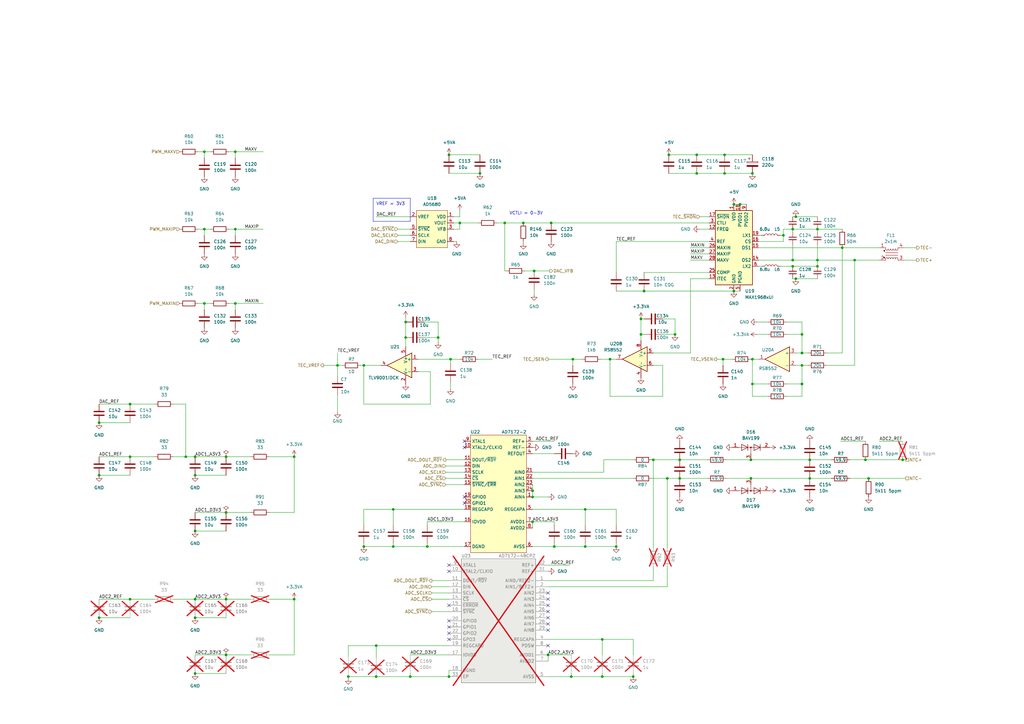
<source format=kicad_sch>
(kicad_sch (version 20230121) (generator eeschema)
  (paper "A3")
  (title_block (title "thermostat") (date "2023-11-27") (rev "r0_3") (company "M-Labs Limited") (comment 1 "Linus Woo Chun Kit"))
  (junction (at 300.99 119.38))
  (junction (at 267.97 188.595))
  (junction (at 350.52 106.68))
  (junction (at 297.18 63.5))
  (junction (at 274.32 63.5))
  (junction (at 300.99 83.82))
  (junction (at 188.595 91.44))
  (junction (at 252.73 224.155))
  (junction (at 96.52 62.23))
  (junction (at 53.34 245.745))
  (junction (at 161.29 208.915))
  (junction (at 92.71 268.605))
  (junction (at 166.37 132.08))
  (junction (at 325.12 106.68))
  (junction (at 234.95 147.32))
  (junction (at 83.82 62.23))
  (junction (at 40.64 173.355))
  (junction (at 184.785 147.32))
  (junction (at 80.01 217.805))
  (junction (at 120.65 187.325))
  (junction (at 40.64 253.365))
  (junction (at 120.65 245.745))
  (junction (at 218.44 213.995))
  (junction (at 154.305 277.495))
  (junction (at 328.93 149.86))
  (junction (at 214.63 91.44))
  (junction (at 149.225 149.86))
  (junction (at 354.965 188.595))
  (junction (at 296.545 147.32))
  (junction (at 218.44 203.835))
  (junction (at 179.705 138.43))
  (junction (at 184.15 277.495))
  (junction (at 161.29 224.155))
  (junction (at 234.315 277.495))
  (junction (at 308.61 71.12))
  (junction (at 247.015 262.255))
  (junction (at 92.71 210.185))
  (junction (at 325.12 93.98))
  (junction (at 80.01 276.225))
  (junction (at 226.06 91.44))
  (junction (at 262.89 137.16))
  (junction (at 285.75 71.12))
  (junction (at 308.61 157.48))
  (junction (at 259.715 277.495))
  (junction (at 326.39 114.3))
  (junction (at 250.19 147.32))
  (junction (at 92.71 245.745))
  (junction (at 83.82 93.98))
  (junction (at 80.01 187.325))
  (junction (at 83.82 124.46))
  (junction (at 175.26 224.155))
  (junction (at 278.765 188.595))
  (junction (at 80.01 194.945))
  (junction (at 321.31 96.52))
  (junction (at 92.71 187.325))
  (junction (at 53.34 187.325))
  (junction (at 218.44 201.295))
  (junction (at 168.275 277.495))
  (junction (at 80.01 253.365))
  (junction (at 184.15 63.5))
  (junction (at 240.03 224.155))
  (junction (at 335.28 109.22))
  (junction (at 345.44 101.6))
  (junction (at 273.685 196.215))
  (junction (at 278.765 196.215))
  (junction (at 328.93 137.16))
  (junction (at 96.52 93.98))
  (junction (at 227.33 224.155))
  (junction (at 154.305 264.795))
  (junction (at 207.01 91.44))
  (junction (at 96.52 124.46))
  (junction (at 138.43 149.86))
  (junction (at 303.53 83.82))
  (junction (at 40.64 194.945))
  (junction (at 332.105 188.595))
  (junction (at 328.93 157.48))
  (junction (at 307.975 188.595))
  (junction (at 325.12 109.22))
  (junction (at 196.85 71.12))
  (junction (at 219.075 111.125))
  (junction (at 356.235 196.215))
  (junction (at 262.89 130.81))
  (junction (at 240.03 208.915))
  (junction (at 307.975 196.215))
  (junction (at 328.93 144.78))
  (junction (at 370.205 188.595))
  (junction (at 149.225 224.155))
  (junction (at 264.16 119.38))
  (junction (at 76.2 187.325))
  (junction (at 80.01 245.745))
  (junction (at 335.28 93.98))
  (junction (at 276.86 137.16))
  (junction (at 142.875 277.495))
  (junction (at 308.61 147.32))
  (junction (at 285.75 63.5))
  (junction (at 297.18 71.12))
  (junction (at 335.28 106.68))
  (junction (at 332.105 196.215))
  (junction (at 166.37 138.43))
  (junction (at 224.79 268.605))
  (junction (at 53.34 165.735))
  (junction (at 326.39 88.9))
  (junction (at 247.015 277.495))
  (no_connect (at 190.5 180.975))
  (no_connect (at 184.15 248.285))
  (no_connect (at 190.5 183.515))
  (no_connect (at 190.5 203.835))
  (no_connect (at 190.5 206.375))
  (no_connect (at 224.79 243.205))
  (no_connect (at 224.79 250.825))
  (no_connect (at 184.15 234.315))
  (no_connect (at 184.15 231.775))
  (no_connect (at 224.79 264.795))
  (no_connect (at 184.15 262.255))
  (no_connect (at 224.79 255.905))
  (no_connect (at 184.15 257.175))
  (no_connect (at 184.15 259.715))
  (no_connect (at 224.79 248.285))
  (no_connect (at 224.79 253.365))
  (no_connect (at 184.15 254.635))
  (no_connect (at 224.79 258.445))
  (no_connect (at 224.79 245.745))
  (wire (pts (xy 320.04 96.52) (xy 321.31 96.52)))
  (wire (pts (xy 80.01 276.225) (xy 92.71 276.225)))
  (wire (pts (xy 274.32 63.5) (xy 285.75 63.5)))
  (wire (pts (xy 328.93 144.78) (xy 331.47 144.78)))
  (wire (pts (xy 218.44 201.295) (xy 218.44 203.835)))
  (wire (pts (xy 218.44 213.995) (xy 227.33 213.995)))
  (wire (pts (xy 224.79 147.32) (xy 234.95 147.32)))
  (wire (pts (xy 207.01 91.44) (xy 214.63 91.44)))
  (wire (pts (xy 40.64 245.745) (xy 53.34 245.745)))
  (wire (pts (xy 308.61 147.32) (xy 311.15 147.32)))
  (wire (pts (xy 214.63 91.44) (xy 226.06 91.44)))
  (wire (pts (xy 219.075 111.125) (xy 225.425 111.125)))
  (wire (pts (xy 196.215 147.32) (xy 201.93 147.32)))
  (wire (pts (xy 40.64 194.945) (xy 53.34 194.945)))
  (wire (pts (xy 252.73 111.76) (xy 252.73 99.06)))
  (wire (pts (xy 142.875 277.495) (xy 142.875 278.13)))
  (wire (pts (xy 182.88 198.755) (xy 190.5 198.755)))
  (wire (pts (xy 40.64 165.735) (xy 53.34 165.735)))
  (wire (pts (xy 328.93 149.86) (xy 331.47 149.86)))
  (wire (pts (xy 92.71 268.605) (xy 102.87 268.605)))
  (wire (pts (xy 182.88 191.135) (xy 190.5 191.135)))
  (wire (pts (xy 175.26 213.995) (xy 190.5 213.995)))
  (wire (pts (xy 252.73 119.38) (xy 264.16 119.38)))
  (wire (pts (xy 224.79 268.605) (xy 224.79 271.145)))
  (wire (pts (xy 53.34 245.745) (xy 63.5 245.745)))
  (wire (pts (xy 252.73 208.915) (xy 252.73 215.265)))
  (wire (pts (xy 278.765 196.215) (xy 290.195 196.215)))
  (wire (pts (xy 149.225 215.265) (xy 149.225 208.915)))
  (wire (pts (xy 110.49 187.325) (xy 120.65 187.325)))
  (wire (pts (xy 92.71 210.185) (xy 102.87 210.185)))
  (wire (pts (xy 310.515 132.08) (xy 314.96 132.08)))
  (wire (pts (xy 278.765 188.595) (xy 290.195 188.595)))
  (wire (pts (xy 186.055 93.98) (xy 188.595 93.98)))
  (wire (pts (xy 325.12 106.68) (xy 335.28 106.68)))
  (wire (pts (xy 297.18 63.5) (xy 308.61 63.5)))
  (wire (pts (xy 250.19 147.32) (xy 252.73 147.32)))
  (wire (pts (xy 285.75 71.12) (xy 297.18 71.12)))
  (wire (pts (xy 296.545 147.32) (xy 300.355 147.32)))
  (wire (pts (xy 332.105 188.595) (xy 340.995 188.595)))
  (wire (pts (xy 264.16 119.38) (xy 300.99 119.38)))
  (wire (pts (xy 163.195 99.06) (xy 168.275 99.06)))
  (wire (pts (xy 322.58 157.48) (xy 328.93 157.48)))
  (wire (pts (xy 207.01 91.44) (xy 207.01 111.125)))
  (wire (pts (xy 177.165 245.745) (xy 184.15 245.745)))
  (wire (pts (xy 80.01 253.365) (xy 92.71 253.365)))
  (wire (pts (xy 71.12 245.745) (xy 80.01 245.745)))
  (wire (pts (xy 166.37 138.43) (xy 166.37 142.24)))
  (wire (pts (xy 227.33 213.995) (xy 227.33 215.265)))
  (wire (pts (xy 83.82 93.98) (xy 86.36 93.98)))
  (wire (pts (xy 339.09 144.78) (xy 345.44 144.78)))
  (wire (pts (xy 271.78 162.56) (xy 271.78 149.86)))
  (wire (pts (xy 184.15 63.5) (xy 196.85 63.5)))
  (wire (pts (xy 218.44 208.915) (xy 240.03 208.915)))
  (wire (pts (xy 218.44 213.995) (xy 218.44 216.535)))
  (wire (pts (xy 149.225 208.915) (xy 161.29 208.915)))
  (wire (pts (xy 179.705 132.08) (xy 179.705 138.43)))
  (wire (pts (xy 184.785 149.225) (xy 184.785 147.32)))
  (wire (pts (xy 214.63 99.695) (xy 214.63 99.06)))
  (wire (pts (xy 149.225 224.155) (xy 161.29 224.155)))
  (wire (pts (xy 247.015 277.495) (xy 259.715 277.495)))
  (wire (pts (xy 321.31 93.98) (xy 325.12 93.98)))
  (wire (pts (xy 350.52 106.68) (xy 350.52 149.86)))
  (wire (pts (xy 186.055 99.06) (xy 187.325 99.06)))
  (wire (pts (xy 171.45 147.32) (xy 184.785 147.32)))
  (wire (pts (xy 142.875 277.495) (xy 154.305 277.495)))
  (wire (pts (xy 96.52 124.46) (xy 96.52 127)))
  (wire (pts (xy 154.305 264.795) (xy 154.305 269.875)))
  (wire (pts (xy 325.12 109.22) (xy 335.28 109.22)))
  (wire (pts (xy 287.02 88.9) (xy 290.83 88.9)))
  (wire (pts (xy 283.21 101.6) (xy 290.83 101.6)))
  (wire (pts (xy 219.075 120.65) (xy 219.075 118.745)))
  (wire (pts (xy 163.195 96.52) (xy 168.275 96.52)))
  (wire (pts (xy 271.78 149.86) (xy 267.97 149.86)))
  (wire (pts (xy 182.88 188.595) (xy 190.5 188.595)))
  (wire (pts (xy 262.89 137.16) (xy 262.89 139.7)))
  (wire (pts (xy 345.44 101.6) (xy 345.44 144.78)))
  (wire (pts (xy 326.39 144.78) (xy 328.93 144.78)))
  (wire (pts (xy 283.21 144.78) (xy 267.97 144.78)))
  (wire (pts (xy 247.65 193.675) (xy 247.65 188.595)))
  (wire (pts (xy 184.15 71.12) (xy 196.85 71.12)))
  (wire (pts (xy 311.15 101.6) (xy 345.44 101.6)))
  (wire (pts (xy 234.95 149.86) (xy 234.95 147.32)))
  (wire (pts (xy 96.52 124.46) (xy 107.95 124.46)))
  (wire (pts (xy 149.225 165.735) (xy 149.225 149.86)))
  (wire (pts (xy 240.03 208.915) (xy 252.73 208.915)))
  (wire (pts (xy 234.315 276.225) (xy 234.315 277.495)))
  (wire (pts (xy 267.97 232.41) (xy 267.97 238.125)))
  (wire (pts (xy 335.28 106.68) (xy 350.52 106.68)))
  (wire (pts (xy 182.88 193.675) (xy 190.5 193.675)))
  (wire (pts (xy 325.12 95.25) (xy 325.12 93.98)))
  (wire (pts (xy 154.305 264.795) (xy 184.15 264.795)))
  (wire (pts (xy 176.53 152.4) (xy 176.53 165.735)))
  (wire (pts (xy 348.615 196.215) (xy 356.235 196.215)))
  (wire (pts (xy 120.65 268.605) (xy 120.65 245.745)))
  (wire (pts (xy 186.055 88.9) (xy 188.595 88.9)))
  (wire (pts (xy 335.28 100.33) (xy 335.28 106.68)))
  (wire (pts (xy 224.79 277.495) (xy 234.315 277.495)))
  (wire (pts (xy 93.98 93.98) (xy 96.52 93.98)))
  (wire (pts (xy 264.16 130.81) (xy 262.89 130.81)))
  (wire (pts (xy 325.12 88.9) (xy 326.39 88.9)))
  (wire (pts (xy 250.19 162.56) (xy 271.78 162.56)))
  (wire (pts (xy 322.58 132.08) (xy 328.93 132.08)))
  (wire (pts (xy 273.685 232.41) (xy 273.685 240.665)))
  (wire (pts (xy 83.82 62.23) (xy 83.82 64.77)))
  (wire (pts (xy 161.29 222.885) (xy 161.29 224.155)))
  (wire (pts (xy 166.37 132.08) (xy 166.37 138.43)))
  (wire (pts (xy 80.01 217.805) (xy 92.71 217.805)))
  (wire (pts (xy 307.975 196.215) (xy 332.105 196.215)))
  (wire (pts (xy 264.16 111.76) (xy 290.83 111.76)))
  (wire (pts (xy 247.015 262.255) (xy 259.715 262.255)))
  (wire (pts (xy 154.305 88.9) (xy 168.275 88.9)))
  (wire (pts (xy 246.38 147.32) (xy 250.19 147.32)))
  (wire (pts (xy 247.015 276.225) (xy 247.015 277.495)))
  (wire (pts (xy 267.97 188.595) (xy 267.97 224.79)))
  (wire (pts (xy 53.34 187.325) (xy 63.5 187.325)))
  (wire (pts (xy 240.03 222.885) (xy 240.03 224.155)))
  (wire (pts (xy 138.43 161.925) (xy 138.43 168.91)))
  (wire (pts (xy 110.49 268.605) (xy 120.65 268.605)))
  (wire (pts (xy 177.165 240.665) (xy 184.15 240.665)))
  (wire (pts (xy 370.84 101.6) (xy 375.92 101.6)))
  (wire (pts (xy 188.595 88.9) (xy 188.595 86.36)))
  (wire (pts (xy 311.15 106.68) (xy 325.12 106.68)))
  (wire (pts (xy 325.12 100.33) (xy 325.12 106.68)))
  (wire (pts (xy 234.95 147.32) (xy 238.76 147.32)))
  (wire (pts (xy 40.64 187.325) (xy 53.34 187.325)))
  (wire (pts (xy 177.165 250.825) (xy 184.15 250.825)))
  (wire (pts (xy 247.65 188.595) (xy 259.715 188.595)))
  (wire (pts (xy 83.82 124.46) (xy 83.82 127)))
  (wire (pts (xy 328.93 137.16) (xy 328.93 144.78)))
  (wire (pts (xy 175.26 224.155) (xy 190.5 224.155)))
  (wire (pts (xy 168.275 268.605) (xy 184.15 268.605)))
  (wire (pts (xy 177.165 243.205) (xy 184.15 243.205)))
  (wire (pts (xy 219.075 111.125) (xy 215.265 111.125)))
  (wire (pts (xy 92.71 187.325) (xy 102.87 187.325)))
  (wire (pts (xy 218.44 186.055) (xy 227.33 186.055)))
  (wire (pts (xy 110.49 245.745) (xy 120.65 245.745)))
  (wire (pts (xy 247.015 262.255) (xy 247.015 268.605)))
  (wire (pts (xy 92.71 245.745) (xy 102.87 245.745)))
  (wire (pts (xy 360.68 180.975) (xy 370.205 180.975)))
  (wire (pts (xy 311.15 99.06) (xy 321.31 99.06)))
  (wire (pts (xy 267.97 188.595) (xy 278.765 188.595)))
  (wire (pts (xy 297.815 196.215) (xy 307.975 196.215)))
  (wire (pts (xy 142.875 264.795) (xy 142.875 269.24)))
  (wire (pts (xy 80.01 268.605) (xy 92.71 268.605)))
  (wire (pts (xy 96.52 93.98) (xy 96.52 96.52)))
  (wire (pts (xy 326.39 149.86) (xy 328.93 149.86)))
  (wire (pts (xy 308.61 157.48) (xy 308.61 162.56)))
  (wire (pts (xy 53.34 165.735) (xy 63.5 165.735)))
  (wire (pts (xy 370.205 188.595) (xy 371.475 188.595)))
  (wire (pts (xy 71.12 165.735) (xy 76.2 165.735)))
  (wire (pts (xy 132.715 149.86) (xy 138.43 149.86)))
  (wire (pts (xy 326.39 114.3) (xy 335.28 114.3)))
  (wire (pts (xy 325.12 114.3) (xy 326.39 114.3)))
  (wire (pts (xy 76.2 165.735) (xy 76.2 187.325)))
  (wire (pts (xy 218.44 203.835) (xy 224.79 203.835)))
  (wire (pts (xy 273.685 240.665) (xy 224.79 240.665)))
  (wire (pts (xy 154.305 277.495) (xy 168.275 277.495)))
  (wire (pts (xy 247.65 193.675) (xy 218.44 193.675)))
  (wire (pts (xy 252.73 222.885) (xy 252.73 224.155)))
  (wire (pts (xy 186.055 91.44) (xy 188.595 91.44)))
  (wire (pts (xy 328.93 162.56) (xy 328.93 157.48)))
  (wire (pts (xy 110.49 210.185) (xy 120.65 210.185)))
  (wire (pts (xy 83.82 93.98) (xy 83.82 96.52)))
  (wire (pts (xy 93.98 62.23) (xy 96.52 62.23)))
  (wire (pts (xy 226.06 91.44) (xy 290.83 91.44)))
  (wire (pts (xy 310.515 137.16) (xy 314.96 137.16)))
  (wire (pts (xy 287.02 93.98) (xy 290.83 93.98)))
  (wire (pts (xy 322.58 137.16) (xy 328.93 137.16)))
  (wire (pts (xy 80.01 194.945) (xy 92.71 194.945)))
  (wire (pts (xy 177.165 238.125) (xy 184.15 238.125)))
  (wire (pts (xy 184.15 274.955) (xy 184.15 277.495)))
  (wire (pts (xy 276.86 130.81) (xy 276.86 137.16)))
  (wire (pts (xy 188.595 93.98) (xy 188.595 91.44)))
  (wire (pts (xy 218.44 180.975) (xy 227.33 180.975)))
  (wire (pts (xy 184.785 147.32) (xy 188.595 147.32)))
  (wire (pts (xy 322.58 162.56) (xy 328.93 162.56)))
  (wire (pts (xy 328.93 132.08) (xy 328.93 137.16)))
  (wire (pts (xy 40.64 173.355) (xy 53.34 173.355)))
  (wire (pts (xy 163.195 93.98) (xy 168.275 93.98)))
  (wire (pts (xy 138.43 149.86) (xy 140.335 149.86)))
  (wire (pts (xy 81.28 93.98) (xy 83.82 93.98)))
  (wire (pts (xy 80.01 187.325) (xy 92.71 187.325)))
  (wire (pts (xy 273.685 196.215) (xy 273.685 224.79)))
  (wire (pts (xy 273.685 196.215) (xy 278.765 196.215)))
  (wire (pts (xy 335.28 95.25) (xy 335.28 93.98)))
  (wire (pts (xy 96.52 62.23) (xy 107.95 62.23)))
  (wire (pts (xy 173.99 132.08) (xy 179.705 132.08)))
  (wire (pts (xy 321.31 99.06) (xy 321.31 96.52)))
  (wire (pts (xy 175.26 222.885) (xy 175.26 224.155)))
  (wire (pts (xy 218.44 198.755) (xy 218.44 201.295)))
  (wire (pts (xy 76.2 187.325) (xy 80.01 187.325)))
  (wire (pts (xy 344.805 180.975) (xy 354.965 180.975)))
  (wire (pts (xy 120.65 210.185) (xy 120.65 187.325)))
  (wire (pts (xy 224.79 268.605) (xy 234.315 268.605)))
  (wire (pts (xy 224.79 262.255) (xy 247.015 262.255)))
  (wire (pts (xy 218.44 196.215) (xy 259.715 196.215)))
  (wire (pts (xy 271.78 137.16) (xy 276.86 137.16)))
  (wire (pts (xy 311.15 96.52) (xy 312.42 96.52)))
  (wire (pts (xy 283.21 114.3) (xy 290.83 114.3)))
  (wire (pts (xy 348.615 188.595) (xy 354.965 188.595)))
  (wire (pts (xy 96.52 93.98) (xy 107.95 93.98)))
  (wire (pts (xy 81.28 62.23) (xy 83.82 62.23)))
  (wire (pts (xy 240.03 208.915) (xy 240.03 215.265)))
  (wire (pts (xy 264.16 137.16) (xy 262.89 137.16)))
  (wire (pts (xy 321.31 96.52) (xy 321.31 93.98)))
  (wire (pts (xy 335.28 106.68) (xy 335.28 109.22)))
  (wire (pts (xy 203.835 91.44) (xy 207.01 91.44)))
  (wire (pts (xy 332.105 196.215) (xy 340.995 196.215)))
  (wire (pts (xy 335.28 93.98) (xy 345.44 93.98)))
  (wire (pts (xy 274.32 71.12) (xy 285.75 71.12)))
  (wire (pts (xy 267.335 188.595) (xy 267.97 188.595)))
  (wire (pts (xy 262.89 130.81) (xy 262.89 137.16)))
  (wire (pts (xy 168.275 277.495) (xy 184.15 277.495)))
  (wire (pts (xy 176.53 165.735) (xy 149.225 165.735)))
  (wire (pts (xy 250.19 147.32) (xy 250.19 162.56)))
  (wire (pts (xy 356.235 196.215) (xy 371.475 196.215)))
  (wire (pts (xy 285.75 63.5) (xy 297.18 63.5)))
  (wire (pts (xy 182.88 196.215) (xy 190.5 196.215)))
  (wire (pts (xy 307.975 188.595) (xy 332.105 188.595)))
  (wire (pts (xy 168.275 277.495) (xy 168.275 276.225)))
  (wire (pts (xy 81.28 124.46) (xy 83.82 124.46)))
  (wire (pts (xy 300.99 83.82) (xy 303.53 83.82)))
  (wire (pts (xy 184.785 159.385) (xy 184.785 156.845)))
  (wire (pts (xy 83.82 124.46) (xy 86.36 124.46)))
  (wire (pts (xy 350.52 106.68) (xy 360.68 106.68)))
  (wire (pts (xy 297.815 188.595) (xy 307.975 188.595)))
  (wire (pts (xy 283.21 114.3) (xy 283.21 144.78)))
  (wire (pts (xy 138.43 149.86) (xy 138.43 144.78)))
  (wire (pts (xy 80.01 210.185) (xy 92.71 210.185)))
  (wire (pts (xy 294.005 147.32) (xy 296.545 147.32)))
  (wire (pts (xy 96.52 62.23) (xy 96.52 64.77)))
  (wire (pts (xy 345.44 101.6) (xy 360.68 101.6)))
  (wire (pts (xy 370.84 106.68) (xy 375.92 106.68)))
  (wire (pts (xy 252.73 99.06) (xy 290.83 99.06)))
  (wire (pts (xy 166.37 130.175) (xy 166.37 132.08)))
  (wire (pts (xy 328.93 157.48) (xy 328.93 149.86)))
  (wire (pts (xy 314.96 157.48) (xy 308.61 157.48)))
  (wire (pts (xy 93.98 124.46) (xy 96.52 124.46)))
  (wire (pts (xy 259.715 276.225) (xy 259.715 277.495)))
  (wire (pts (xy 267.97 238.125) (xy 224.79 238.125)))
  (wire (pts (xy 227.33 222.885) (xy 227.33 224.155)))
  (wire (pts (xy 80.01 245.745) (xy 92.71 245.745)))
  (wire (pts (xy 171.45 152.4) (xy 176.53 152.4)))
  (wire (pts (xy 218.44 224.155) (xy 227.33 224.155)))
  (wire (pts (xy 300.99 119.38) (xy 303.53 119.38)))
  (wire (pts (xy 307.975 147.32) (xy 308.61 147.32)))
  (wire (pts (xy 179.705 138.43) (xy 173.99 138.43)))
  (wire (pts (xy 71.12 187.325) (xy 76.2 187.325)))
  (wire (pts (xy 296.545 149.86) (xy 296.545 147.32)))
  (wire (pts (xy 161.29 224.155) (xy 175.26 224.155)))
  (wire (pts (xy 308.61 157.48) (xy 308.61 147.32)))
  (wire (pts (xy 303.53 83.82) (xy 306.07 83.82)))
  (wire (pts (xy 271.78 130.81) (xy 276.86 130.81)))
  (wire (pts (xy 224.79 231.775) (xy 233.68 231.775)))
  (wire (pts (xy 188.595 91.44) (xy 196.215 91.44)))
  (wire (pts (xy 149.225 149.86) (xy 156.21 149.86)))
  (wire (pts (xy 308.61 162.56) (xy 314.96 162.56)))
  (wire (pts (xy 83.82 62.23) (xy 86.36 62.23)))
  (wire (pts (xy 354.965 188.595) (xy 370.205 188.595)))
  (wire (pts (xy 161.29 208.915) (xy 161.29 215.265)))
  (wire (pts (xy 326.39 88.9) (xy 335.28 88.9)))
  (wire (pts (xy 234.315 277.495) (xy 247.015 277.495)))
  (wire (pts (xy 40.64 253.365) (xy 53.34 253.365)))
  (wire (pts (xy 311.15 109.22) (xy 312.42 109.22)))
  (wire (pts (xy 227.33 224.155) (xy 240.03 224.155)))
  (wire (pts (xy 320.04 109.22) (xy 325.12 109.22)))
  (wire (pts (xy 339.09 149.86) (xy 350.52 149.86)))
  (wire (pts (xy 297.18 71.12) (xy 308.61 71.12)))
  (wire (pts (xy 267.335 196.215) (xy 273.685 196.215)))
  (wire (pts (xy 161.29 208.915) (xy 190.5 208.915)))
  (wire (pts (xy 283.21 104.14) (xy 290.83 104.14)))
  (wire (pts (xy 283.21 106.68) (xy 290.83 106.68)))
  (wire (pts (xy 240.03 224.155) (xy 252.73 224.155)))
  (wire (pts (xy 142.875 276.86) (xy 142.875 277.495)))
  (wire (pts (xy 138.43 154.305) (xy 138.43 149.86)))
  (wire (pts (xy 179.705 140.335) (xy 179.705 138.43)))
  (wire (pts (xy 149.225 222.885) (xy 149.225 224.155)))
  (wire (pts (xy 154.305 264.795) (xy 142.875 264.795)))
  (wire (pts (xy 207.01 111.125) (xy 207.645 111.125)))
  (wire (pts (xy 147.955 149.86) (xy 149.225 149.86)))
  (wire (pts (xy 259.715 262.255) (xy 259.715 268.605)))
  (wire (pts (xy 325.12 93.98) (xy 335.28 93.98)))
  (wire (pts (xy 175.26 213.995) (xy 175.26 215.265)))
  (rectangle (start 153.035 81.28) (end 168.275 90.805))
  (text "VREF = 3V3" (at 154.305 84.455 0) (effects (font (size 1.27 1.27)) (justify left bottom)))
  (text "VCTLI = 0-3V" (at 208.915 88.265 0) (effects (font (size 1.27 1.27)) (justify left bottom)))
  (label "DAC_REF" (at 154.305 88.9 0))
  (label "TEC_VREF" (at 138.43 144.78 0))
  (label "ADC1_D3V3" (at 175.26 213.995 0))
  (label "MAXV" (at 100.33 62.23 0))
  (label "MAXIN" (at 100.33 124.46 0))
  (label "ADC2_D3V3" (at 80.01 268.605 0))
  (label "ADC2_REF" (at 40.64 245.745 0))
  (label "ADC1_REF" (at 40.64 187.325 0))
  (label "ADC2_A3V3" (at 80.01 245.745 0))
  (label "MAXIN" (at 283.21 101.6 0))
  (label "ADC1_A3V3" (at 80.01 187.325 0))
  (label "MAXV" (at 283.21 106.68 0))
  (label "DAC_REF" (at 40.64 165.735 0))
  (label "MAXIP" (at 100.33 93.98 0))
  (label "ADC1_REF" (at 344.805 180.975 0))
  (label "ADC1_D3V3" (at 80.01 210.185 0))
  (label "ADC1_REF" (at 219.71 180.975 0))
  (label "ADC1_A3V3" (at 218.44 213.995 0))
  (label "ADC2_A3V3" (at 224.79 268.605 0))
  (label "MAXIP" (at 283.21 104.14 0))
  (label "TEC_REF" (at 201.93 147.32 0))
  (label "TEC_REF" (at 252.73 99.06 0))
  (label "ADC2_REF" (at 360.68 180.975 0))
  (label "ADC2_D3V3" (at 168.275 268.605 0))
  (label "ADC2_REF" (at 226.06 231.775 0))
  (hierarchical_label "ADC_DOUT_~{RDY}" (shape output) (at 182.88 188.595 180))
  (hierarchical_label "TEC+" (shape output) (at 375.92 106.68 0))
  (hierarchical_label "PWM_MAXIP" (shape input) (at 73.66 93.98 180))
  (hierarchical_label "DAC_DIN" (shape input) (at 163.195 99.06 180))
  (hierarchical_label "TEC_VREF" (shape output) (at 132.715 149.86 180))
  (hierarchical_label "PWM_MAXIN" (shape input) (at 73.66 124.46 180))
  (hierarchical_label "ADC_~{SYNC}" (shape input) (at 177.165 250.825 180))
  (hierarchical_label "TEC_~{SHDN}" (shape input) (at 287.02 88.9 180))
  (hierarchical_label "DAC_SCLK" (shape input) (at 163.195 96.52 180))
  (hierarchical_label "ADC_~{CS}" (shape input) (at 177.165 245.745 180))
  (hierarchical_label "TEC_ISEN" (shape output) (at 224.79 147.32 180))
  (hierarchical_label "ADC_~{CS}" (shape input) (at 182.88 196.215 180))
  (hierarchical_label "NTC-" (shape passive) (at 371.475 196.215 0))
  (hierarchical_label "ADC_DIN" (shape input) (at 182.88 191.135 180))
  (hierarchical_label "NTC+" (shape passive) (at 371.475 188.595 0))
  (hierarchical_label "TEC-" (shape output) (at 375.92 101.6 0))
  (hierarchical_label "PWM_MAXV" (shape input) (at 73.66 62.23 180))
  (hierarchical_label "ADC_SCLK" (shape input) (at 182.88 193.675 180))
  (hierarchical_label "ADC_DIN" (shape input) (at 177.165 240.665 180))
  (hierarchical_label "TEC_VSEN" (shape output) (at 294.005 147.32 180))
  (hierarchical_label "ADC_~{SYNC}" (shape input) (at 182.88 198.755 180))
  (hierarchical_label "ADC_DOUT_~{RDY}" (shape output) (at 177.165 238.125 180))
  (hierarchical_label "DAC_~{SYNC}" (shape input) (at 163.195 93.98 180))
  (hierarchical_label "ADC_SCLK" (shape input) (at 177.165 243.205 180))
  (hierarchical_label "DAC_VFB" (shape output) (at 225.425 111.125 0))
  (symbol (lib_id "power:GND") (at 80.01 276.225 0) (unit 1)
    (property "Reference" "#PWR0188" (effects hide))
    (property "Value" "GND" (at 80.01 281.305 0))
  )
  (symbol (lib_id "Amplifier_Operational:TLV9001IDCK") (at 166.37 149.86 0) (mirror y) (unit 1)
    (property "Reference" "U21" (at 160.02 142.24 0) (effects (justify right)))
    (property "Value" "TLV9001IDCK" (at 151.13 154.94 0) (effects (justify right)))
    (property "Footprint" "Package_TO_SOT_SMD:SOT-353_SC-70-5" (effects hide))
    (property "Datasheet" "https://www.ti.com/lit/ds/symlink/tlv9001.pdf" (effects hide))
    (property "MFR_PN" "TLV9001QDBVRQ1" (effects hide))
  )
  (symbol (lib_id "power:GND") (at 80.01 194.945 0) (unit 1)
    (property "Reference" "#PWR0174" (effects hide))
    (property "Value" "GND" (at 80.01 200.025 0))
  )
  (symbol (lib_id "Device:R") (at 273.685 228.6 180) (unit 1) (dnp yes)
    (property "Reference" "R93" (at 276.225 228.6 90))
    (property "Value" "0" (at 273.685 228.6 90))
    (property "Footprint" "Resistor_SMD:R_0603_1608Metric" (effects hide))
    (property "MFR_PN" "RMCF0603ZT0R00" (effects hide))
    (property "MFR_PN_ALT" "CR0603-J/-000ELF" (effects hide))
  )
  (symbol (lib_id "Device:C") (at 240.03 219.075 0) (unit 1)
    (property "Reference" "C161" (at 243.84 217.8049 0) (effects (justify left)))
    (property "Value" "100n" (at 243.84 220.3449 0) (effects (justify left)))
    (property "Footprint" "Capacitor_SMD:C_0603_1608Metric" (effects hide))
    (property "MFR_PN" "CL10B104KB8NNWC" (effects hide))
    (property "MFR_PN_ALT" "CL10B104KB8NNNL" (effects hide))
  )
  (symbol (lib_id "Device:C") (at 175.26 219.075 0) (unit 1)
    (property "Reference" "C159" (at 179.07 217.8049 0) (effects (justify left)))
    (property "Value" "100n" (at 179.07 220.3449 0) (effects (justify left)))
    (property "Footprint" "Capacitor_SMD:C_0603_1608Metric" (effects hide))
    (property "MFR_PN" "CL10B104KB8NNWC" (effects hide))
    (property "MFR_PN_ALT" "CL10B104KB8NNNL" (effects hide))
  )
  (symbol (lib_id "kirdy:AD5680") (at 177.165 101.6 0) (unit 1)
    (property "Reference" "U18" (at 177.165 81.28 0))
    (property "Value" "AD5680" (at 177.165 83.82 0))
    (property "Footprint" "Package_TO_SOT_SMD:SOT-23-8" (effects hide))
    (property "Datasheet" "https://www.analog.com/media/en/technical-documentation/data-sheets/ad5680.pdf" (effects hide))
    (property "MFR_PN" "AD5680BRJZ-1" (effects hide))
    (property "Comment" "It must be \"-1\" model" (effects hide))
  )
  (symbol (lib_id "Device:C") (at 53.34 249.555 0) (unit 1) (dnp yes)
    (property "Reference" "C164" (at 57.15 248.2849 0) (effects (justify left)))
    (property "Value" "100n" (at 57.15 250.8249 0) (effects (justify left)))
    (property "Footprint" "Capacitor_SMD:C_0603_1608Metric" (effects hide))
    (property "MFR_PN" "CL10B104KB8NNWC" (effects hide))
    (property "MFR_PN_ALT" "CL10B104KB8NNNL" (effects hide))
  )
  (symbol (lib_id "power:GND") (at 40.64 194.945 0) (unit 1)
    (property "Reference" "#PWR0173" (effects hide))
    (property "Value" "GND" (at 40.64 200.025 0))
  )
  (symbol (lib_id "power:GND") (at 187.325 99.06 0) (unit 1)
    (property "Reference" "#PWR0144" (effects hide))
    (property "Value" "GND" (at 187.325 104.14 0))
  )
  (symbol (lib_id "Device:C") (at 80.01 213.995 0) (unit 1)
    (property "Reference" "C155" (at 83.82 212.7249 0) (effects (justify left)))
    (property "Value" "10u" (at 83.82 215.2649 0) (effects (justify left)))
    (property "Footprint" "Capacitor_SMD:C_0805_2012Metric" (effects hide))
    (property "MFR_PN" "CL21B106KOQNNNG" (effects hide))
    (property "MFR_PN_ALT" "CL21B106KOQNNNE" (effects hide))
  )
  (symbol (lib_id "Device:R") (at 345.44 97.79 180) (unit 1)
    (property "Reference" "R66" (at 349.25 96.52 0))
    (property "Value" "50m" (at 349.25 99.06 0))
    (property "Footprint" "Resistor_SMD:R_2010_5025Metric" (effects hide))
    (property "MFR_PN" "CRM2010-FX-R050ELF" (effects hide))
    (property "MFR_PN_ALT" "WSL2010R0500FEA18" (effects hide))
  )
  (symbol (lib_id "Device:C") (at 154.305 273.685 0) (unit 1) (dnp yes)
    (property "Reference" "C174" (at 158.115 272.4149 0) (effects (justify left)))
    (property "Value" "100n" (at 158.115 274.9549 0) (effects (justify left)))
    (property "Footprint" "Capacitor_SMD:C_0603_1608Metric" (effects hide))
    (property "MFR_PN" "CL10B104KB8NNWC" (effects hide))
    (property "MFR_PN_ALT" "CL10B104KB8NNNL" (effects hide))
  )
  (symbol (lib_id "Device:C") (at 252.73 219.075 0) (unit 1)
    (property "Reference" "C162" (at 256.54 217.8049 0) (effects (justify left)))
    (property "Value" "1u" (at 256.54 220.3449 0) (effects (justify left)))
    (property "Footprint" "Capacitor_SMD:C_0603_1608Metric" (effects hide))
    (property "MFR_PN" "CL10B105KA8NNNC" (effects hide))
    (property "MFR_PN_ALT" "CGA3E1X7R1E105K080AC" (effects hide))
  )
  (symbol (lib_id "power:+3.3VA") (at 120.65 187.325 0) (unit 1)
    (property "Reference" "#PWR0172" (effects hide))
    (property "Value" "+3.3VA" (at 120.65 182.245 0))
  )
  (symbol (lib_id "power:+5V") (at 274.32 63.5 0) (unit 1)
    (property "Reference" "#PWR0135" (effects hide))
    (property "Value" "+5V" (at 274.32 58.42 0))
  )
  (symbol (lib_id "power:GND") (at 219.075 120.65 0) (unit 1)
    (property "Reference" "#PWR0145" (effects hide))
    (property "Value" "GND" (at 219.075 125.73 0))
  )
  (symbol (lib_id "Device:R") (at 106.68 210.185 90) (unit 1)
    (property "Reference" "R91" (at 106.68 203.835 90))
    (property "Value" "33" (at 106.68 206.375 90))
    (property "Footprint" "Resistor_SMD:R_0603_1608Metric" (effects hide))
    (property "MFR_PN" "RC0603FR-0733RL" (effects hide))
    (property "MFR_PN_ALT" "CRGCQ0603F33R" (effects hide))
  )
  (symbol (lib_id "Device:Filter_EMI_LL_1423") (at 365.76 104.14 0) (mirror x) (unit 1)
    (property "Reference" "FL1" (at 365.379 96.52 0))
    (property "Value" "2x1m" (at 365.379 99.06 0))
    (property "Footprint" "Inductor_SMD:L_CommonModeChoke_Wuerth_WE-SL5" (effects hide))
    (property "MFR_PN" "744273501" (effects hide))
  )
  (symbol (lib_id "Device:R") (at 318.77 132.08 90) (unit 1)
    (property "Reference" "R69" (at 318.77 129.54 90))
    (property "Value" "10k" (at 318.77 132.08 90))
    (property "Footprint" "Resistor_SMD:R_0603_1608Metric" (effects hide))
    (property "MFR_PN" "RNCP0603FTD10K0" (effects hide))
    (property "MFR_PN_ALT" "RMCF0603FT10K0" (effects hide))
  )
  (symbol (lib_id "power:GND") (at 83.82 104.14 0) (unit 1)
    (property "Reference" "#PWR0147" (effects hide))
    (property "Value" "GND" (at 83.82 109.22 0))
  )
  (symbol (lib_id "power:GND") (at 310.515 132.08 270) (unit 1)
    (property "Reference" "#PWR0153" (effects hide))
    (property "Value" "GND" (at 307.34 132.08 90) (effects (justify right)))
  )
  (symbol (lib_id "Device:C") (at 138.43 158.115 180) (unit 1)
    (property "Reference" "C?" (at 140.97 155.575 0))
    (property "Value" "10n" (at 141.605 160.655 0))
    (property "Footprint" "Capacitor_SMD:C_0603_1608Metric" (effects hide))
    (property "MFR_PN" "0603B103K500CT" (effects hide))
    (property "MFR_PN_ALT" "CL10B103KB8NNNC" (effects hide))
    (instances (project "kirdy" (path "" (reference "C?") (unit 1)) (path "" (reference "C141") (unit 1))))
  )
  (symbol (lib_id "Device:R") (at 90.17 62.23 90) (unit 1)
    (property "Reference" "R61" (at 90.17 55.88 90))
    (property "Value" "10k" (at 90.17 58.42 90))
    (property "Footprint" "Resistor_SMD:R_0603_1608Metric" (effects hide))
    (property "MFR_PN" "RNCP0603FTD10K0" (effects hide))
    (property "MFR_PN_ALT" "RMCF0603FT10K0" (effects hide))
  )
  (symbol (lib_id "Device:C") (at 296.545 153.67 0) (unit 1)
    (property "Reference" "C140" (at 299.72 152.4 0) (effects (justify left)))
    (property "Value" "1n" (at 299.72 154.94 0) (effects (justify left)))
    (property "Footprint" "Capacitor_SMD:C_0603_1608Metric" (effects hide))
    (property "MFR_PN" "0603N102G250CT" (effects hide))
  )
  (symbol (lib_id "Device:R") (at 294.005 188.595 270) (unit 1)
    (property "Reference" "R?" (at 294.005 186.055 90))
    (property "Value" "49.9" (at 294.005 188.595 90))
    (property "Footprint" "Resistor_SMD:R_0603_1608Metric" (effects hide))
    (property "MFR_PN" "RT0603DRE0749R9L" (effects hide))
    (instances (project "kirdy" (path "" (reference "R?") (unit 1)) (path "" (reference "R85") (unit 1))))
  )
  (symbol (lib_id "kirdy:RS8552") (at 260.35 147.32 0) (mirror y) (unit 3)
    (property "Reference" "U20" (effects hide))
    (property "Value" "RS8552" (effects hide))
    (property "Footprint" "Package_SO:SOIC-8_3.9x4.9mm_P1.27mm" (effects hide))
    (property "Datasheet" "https://datasheet.lcsc.com/lcsc/2010160333_Jiangsu-RUNIC-Tech-RS8554XP_C236997.pdf" (effects hide))
    (property "MFR_PN" "RS8552XK" (effects hide))
  )
  (symbol (lib_id "power:GND") (at 308.61 71.12 0) (unit 1)
    (property "Reference" "#PWR0137" (effects hide))
    (property "Value" "GND" (at 308.61 76.2 0))
  )
  (symbol (lib_id "Device:R") (at 294.005 196.215 270) (unit 1)
    (property "Reference" "R?" (at 294.005 193.675 90))
    (property "Value" "49.9" (at 294.005 196.215 90))
    (property "Footprint" "Resistor_SMD:R_0603_1608Metric" (effects hide))
    (property "MFR_PN" "RT0603DRE0749R9L" (effects hide))
    (instances (project "kirdy" (path "" (reference "R?") (unit 1)) (path "" (reference "R88") (unit 1))))
  )
  (symbol (lib_id "Device:R") (at 106.68 245.745 90) (unit 1) (dnp yes)
    (property "Reference" "R95" (at 106.68 239.395 90))
    (property "Value" "33" (at 106.68 241.935 90))
    (property "Footprint" "Resistor_SMD:R_0603_1608Metric" (effects hide))
    (property "MFR_PN" "RC0603FR-0733RL" (effects hide))
    (property "MFR_PN_ALT" "CRGCQ0603F33R" (effects hide))
  )
  (symbol (lib_id "Device:R") (at 211.455 111.125 270) (unit 1)
    (property "Reference" "R65" (at 211.455 108.585 90))
    (property "Value" "1k" (at 211.455 113.665 90))
    (property "Footprint" "Resistor_SMD:R_0603_1608Metric" (effects hide))
    (property "MFR_PN" "RP0603BRD071KL" (effects hide))
    (property "MFR_PN_ALT" "WR06X1001FTL" (effects hide))
  )
  (symbol (lib_id "kirdy:AD7172-2") (at 204.47 205.105 0) (mirror y) (unit 1)
    (property "Reference" "U22" (at 194.945 177.165 0))
    (property "Value" "AD7172-2" (at 210.82 177.165 0))
    (property "Footprint" "Package_SO:TSSOP-24_4.4x7.8mm_P0.65mm" (effects hide))
    (property "Datasheet" "https://www.analog.com/media/en/technical-documentation/data-sheets/ad7172-2.pdf" (effects hide))
    (property "MFR_PN" "AD7172-2BRUZ" (effects hide))
  )
  (symbol (lib_id "Device:C") (at 92.71 272.415 0) (unit 1) (dnp yes)
    (property "Reference" "C168" (at 96.52 271.1449 0) (effects (justify left)))
    (property "Value" "100n" (at 96.52 273.6849 0) (effects (justify left)))
    (property "Footprint" "Capacitor_SMD:C_0603_1608Metric" (effects hide))
    (property "MFR_PN" "CL10B104KB8NNWC" (effects hide))
    (property "MFR_PN_ALT" "CL10B104KB8NNNL" (effects hide))
  )
  (symbol (lib_id "Device:C") (at 92.71 191.135 0) (unit 1)
    (property "Reference" "C150" (at 96.52 189.8649 0) (effects (justify left)))
    (property "Value" "100n" (at 96.52 192.4049 0) (effects (justify left)))
    (property "Footprint" "Capacitor_SMD:C_0603_1608Metric" (effects hide))
    (property "MFR_PN" "CL10B104KB8NNWC" (effects hide))
    (property "MFR_PN_ALT" "CL10B104KB8NNNL" (effects hide))
  )
  (symbol (lib_id "power:GND") (at 83.82 134.62 0) (unit 1)
    (property "Reference" "#PWR0154" (effects hide))
    (property "Value" "GND" (at 83.82 139.7 0))
  )
  (symbol (lib_id "Device:L") (at 316.23 109.22 90) (unit 1)
    (property "Reference" "L6" (at 318.77 110.49 90))
    (property "Value" "6.8u" (at 313.69 110.49 90))
    (property "Footprint" "Inductor_SMD:L_Wuerth_MAPI-4030" (effects hide))
    (property "MFR_PN" "74438357068" (effects hide))
  )
  (symbol (lib_id "power:GND") (at 234.95 186.055 90) (unit 1)
    (property "Reference" "#PWR0171" (effects hide))
    (property "Value" "GND" (at 238.76 186.0549 90) (effects (justify right)))
  )
  (symbol (lib_id "Device:R") (at 77.47 93.98 90) (unit 1)
    (property "Reference" "R63" (at 77.47 87.63 90))
    (property "Value" "10k" (at 77.47 90.17 90))
    (property "Footprint" "Resistor_SMD:R_0603_1608Metric" (effects hide))
    (property "MFR_PN" "RNCP0603FTD10K0" (effects hide))
    (property "MFR_PN_ALT" "RMCF0603FT10K0" (effects hide))
  )
  (symbol (lib_id "Device:C") (at 40.64 191.135 0) (unit 1)
    (property "Reference" "C147" (at 44.45 189.8649 0) (effects (justify left)))
    (property "Value" "10u" (at 44.45 192.4049 0) (effects (justify left)))
    (property "Footprint" "Capacitor_SMD:C_0805_2012Metric" (effects hide))
    (property "MFR_PN" "CL21B106KOQNNNG" (effects hide))
    (property "MFR_PN_ALT" "CL21B106KOQNNNE" (effects hide))
  )
  (symbol (lib_id "Device:C") (at 278.765 192.405 0) (unit 1)
    (property "Reference" "C151" (at 282.575 191.1349 0) (effects (justify left)))
    (property "Value" "100n" (at 282.575 193.6749 0) (effects (justify left)))
    (property "Footprint" "Capacitor_SMD:C_0603_1608Metric" (effects hide))
    (property "MFR_PN" "CL10B104KB8NNWC" (effects hide))
    (property "MFR_PN_ALT" "CL10B104KB8NNNL" (effects hide))
  )
  (symbol (lib_id "power:GND") (at 96.52 72.39 0) (unit 1)
    (property "Reference" "#PWR0139" (effects hide))
    (property "Value" "GND" (at 96.52 77.47 0))
  )
  (symbol (lib_id "Device:C") (at 297.18 67.31 0) (unit 1)
    (property "Reference" "C117" (at 300.99 66.0399 0) (effects (justify left)))
    (property "Value" "1u" (at 300.99 68.5799 0) (effects (justify left)))
    (property "Footprint" "Capacitor_SMD:C_0603_1608Metric" (effects hide))
    (property "MFR_PN" "CL10B105KA8NNNC" (effects hide))
    (property "MFR_PN_ALT" "CGA3E1X7R1E105K080AC" (effects hide))
  )
  (symbol (lib_id "Device:C") (at 285.75 67.31 0) (unit 1)
    (property "Reference" "C116" (at 289.56 66.0399 0) (effects (justify left)))
    (property "Value" "1u" (at 289.56 68.5799 0) (effects (justify left)))
    (property "Footprint" "Capacitor_SMD:C_0603_1608Metric" (effects hide))
    (property "MFR_PN" "CL10B105KA8NNNC" (effects hide))
    (property "MFR_PN_ALT" "CGA3E1X7R1E105K080AC" (effects hide))
  )
  (symbol (lib_id "Device:C") (at 40.64 169.545 0) (unit 1)
    (property "Reference" "C142" (at 44.45 168.2749 0) (effects (justify left)))
    (property "Value" "10u" (at 44.45 170.8149 0) (effects (justify left)))
    (property "Footprint" "Capacitor_SMD:C_0805_2012Metric" (effects hide))
    (property "MFR_PN" "CL21B106KOQNNNG" (effects hide))
    (property "MFR_PN_ALT" "CL21B106KOQNNNE" (effects hide))
  )
  (symbol (lib_id "Device:C") (at 267.97 137.16 90) (unit 1)
    (property "Reference" "C136" (at 271.78 135.89 90))
    (property "Value" "100n" (at 271.78 138.43 90))
    (property "Footprint" "Capacitor_SMD:C_0603_1608Metric" (effects hide))
    (property "MFR_PN" "CL10B104KB8NNWC" (effects hide))
    (property "MFR_PN_ALT" "CL10B104KB8NNNL" (effects hide))
  )
  (symbol (lib_id "Device:R") (at 67.31 245.745 90) (unit 1) (dnp yes)
    (property "Reference" "R94" (at 67.31 239.395 90))
    (property "Value" "33" (at 67.31 241.935 90))
    (property "Footprint" "Resistor_SMD:R_0603_1608Metric" (effects hide))
    (property "MFR_PN" "RC0603FR-0733RL" (effects hide))
    (property "MFR_PN_ALT" "CRGCQ0603F33R" (effects hide))
  )
  (symbol (lib_id "Device:C_Small") (at 325.12 97.79 0) (unit 1)
    (property "Reference" "C124" (at 327.66 96.5262 0) (effects (justify left)))
    (property "Value" "10u" (at 327.66 99.0662 0) (effects (justify left)))
    (property "Footprint" "Capacitor_SMD:C_0805_2012Metric" (effects hide))
    (property "MFR_PN" "CL21B106KOQNNNG" (effects hide))
    (property "MFR_PN_ALT" "CL21B106KOQNNNE" (effects hide))
  )
  (symbol (lib_id "power:GND") (at 224.79 203.835 90) (unit 1)
    (property "Reference" "#PWR0177" (effects hide))
    (property "Value" "GND" (at 228.6 203.8349 90) (effects (justify right)))
  )
  (symbol (lib_id "Device:C") (at 96.52 130.81 0) (unit 1)
    (property "Reference" "C133" (at 100.33 129.5399 0) (effects (justify left)))
    (property "Value" "100n" (at 100.33 132.0799 0) (effects (justify left)))
    (property "Footprint" "Capacitor_SMD:C_0603_1608Metric" (effects hide))
    (property "MFR_PN" "CL10B104KB8NNWC" (effects hide))
    (property "MFR_PN_ALT" "CL10B104KB8NNNL" (effects hide))
  )
  (symbol (lib_id "Device:R") (at 242.57 147.32 90) (unit 1)
    (property "Reference" "R73" (at 242.57 140.97 90))
    (property "Value" "1k6" (at 242.57 143.51 90))
    (property "Footprint" "Resistor_SMD:R_0603_1608Metric" (effects hide))
    (property "MFR_PN" "RT0603FRE071K6L" (effects hide))
    (property "MFR_PN_ALT" "RMCF0603FT1K60" (effects hide))
  )
  (symbol (lib_id "Device:R") (at 90.17 93.98 90) (unit 1)
    (property "Reference" "R64" (at 90.17 87.63 90))
    (property "Value" "10k" (at 90.17 90.17 90))
    (property "Footprint" "Resistor_SMD:R_0603_1608Metric" (effects hide))
    (property "MFR_PN" "RNCP0603FTD10K0" (effects hide))
    (property "MFR_PN_ALT" "RMCF0603FT10K0" (effects hide))
  )
  (symbol (lib_id "Device:R") (at 354.965 184.785 0) (unit 1)
    (property "Reference" "R80" (at 357.505 183.5149 0) (effects (justify left)))
    (property "Value" "5k11 5ppm" (at 357.505 186.0549 0) (effects (justify left)))
    (property "Footprint" "Resistor_SMD:R_0603_1608Metric" (effects hide))
    (property "MFR_PN" "RN73H1JTTD5111A05" (effects hide))
    (property "MFR_PN_ALT" "TNPU06035K11BZEN00" (effects hide))
  )
  (symbol (lib_id "power:GND") (at 166.37 157.48 0) (unit 1)
    (property "Reference" "#PWR0160" (effects hide))
    (property "Value" "GND" (at 166.37 162.56 0))
  )
  (symbol (lib_id "power:+3.3VA") (at 166.37 130.175 0) (unit 1)
    (property "Reference" "#PWR0151" (effects hide))
    (property "Value" "+3.3VA" (at 166.37 125.095 0))
  )
  (symbol (lib_id "power:GND") (at 142.875 278.13 0) (unit 1)
    (property "Reference" "#PWR0190" (effects hide))
    (property "Value" "GND" (at 142.875 282.575 0))
  )
  (symbol (lib_id "power:GND") (at 226.06 99.06 0) (unit 1)
    (property "Reference" "#PWR0146" (effects hide))
    (property "Value" "GND" (at 226.06 104.14 0))
  )
  (symbol (lib_id "Device:C") (at 168.275 272.415 0) (unit 1) (dnp yes)
    (property "Reference" "C169" (at 172.085 271.1449 0) (effects (justify left)))
    (property "Value" "100n" (at 172.085 273.6849 0) (effects (justify left)))
    (property "Footprint" "Capacitor_SMD:C_0603_1608Metric" (effects hide))
    (property "MFR_PN" "CL10B104KB8NNWC" (effects hide))
    (property "MFR_PN_ALT" "CL10B104KB8NNNL" (effects hide))
  )
  (symbol (lib_id "Device:R") (at 344.805 196.215 270) (unit 1)
    (property "Reference" "R?" (at 344.805 193.675 90))
    (property "Value" "49.9" (at 344.805 196.215 90))
    (property "Footprint" "Resistor_SMD:R_0603_1608Metric" (effects hide))
    (property "MFR_PN" "RT0603DRE0749R9L" (effects hide))
    (instances (project "kirdy" (path "" (reference "R?") (unit 1)) (path "" (reference "R89") (unit 1))))
  )
  (symbol (lib_id "Device:R") (at 106.68 268.605 90) (unit 1) (dnp yes)
    (property "Reference" "R96" (at 106.68 262.255 90))
    (property "Value" "33" (at 106.68 264.795 90))
    (property "Footprint" "Resistor_SMD:R_0603_1608Metric" (effects hide))
    (property "MFR_PN" "RC0603FR-0733RL" (effects hide))
    (property "MFR_PN_ALT" "CRGCQ0603F33R" (effects hide))
  )
  (symbol (lib_id "Device:R") (at 214.63 95.25 180) (unit 1)
    (property "Reference" "R146" (at 217.17 93.98 0) (effects (justify right)))
    (property "Value" "10k" (at 219.075 96.52 0))
    (property "Footprint" "Resistor_SMD:R_0603_1608Metric" (effects hide))
    (property "MFR_PN" "RNCP0603FTD10K0" (effects hide))
    (property "MFR_PN_ALT" "RMCF0603FT10K0" (effects hide))
  )
  (symbol (lib_id "Device:C") (at 332.105 200.025 0) (unit 1)
    (property "Reference" "C154" (at 335.915 198.7549 0) (effects (justify left)))
    (property "Value" "10n" (at 335.915 201.2949 0) (effects (justify left)))
    (property "Footprint" "Capacitor_SMD:C_0603_1608Metric" (effects hide))
    (property "MFR_PN" "0603B103K500CT" (effects hide))
    (property "MFR_PN_ALT" "CL10B103KB8NNNC" (effects hide))
  )
  (symbol (lib_id "power:GND") (at 40.64 253.365 0) (unit 1)
    (property "Reference" "#PWR0186" (effects hide))
    (property "Value" "GND" (at 40.64 258.445 0))
  )
  (symbol (lib_id "Device:C") (at 252.73 115.57 0) (unit 1)
    (property "Reference" "C130" (at 256.54 114.2999 0) (effects (justify left)))
    (property "Value" "1u" (at 256.54 116.8399 0) (effects (justify left)))
    (property "Footprint" "Capacitor_SMD:C_0603_1608Metric" (effects hide))
    (property "MFR_PN" "CL10B105KA8NNNC" (effects hide))
    (property "MFR_PN_ALT" "CGA3E1X7R1E105K080AC" (effects hide))
  )
  (symbol (lib_id "Device:C") (at 274.32 67.31 0) (unit 1)
    (property "Reference" "C115" (at 278.13 66.0399 0) (effects (justify left)))
    (property "Value" "1u" (at 278.13 68.5799 0) (effects (justify left)))
    (property "Footprint" "Capacitor_SMD:C_0603_1608Metric" (effects hide))
    (property "MFR_PN" "CL10B105KA8NNNC" (effects hide))
    (property "MFR_PN_ALT" "CGA3E1X7R1E105K080AC" (effects hide))
  )
  (symbol (lib_id "Device:C_Small") (at 325.12 111.76 0) (unit 1)
    (property "Reference" "C128" (at 327.66 110.4962 0) (effects (justify left)))
    (property "Value" "1u" (at 327.66 113.0362 0) (effects (justify left)))
    (property "Footprint" "Capacitor_SMD:C_0603_1608Metric" (effects hide))
    (property "MFR_PN" "CL10B105KA8NNNC" (effects hide))
    (property "MFR_PN_ALT" "CGA3E1X7R1E105K080AC" (effects hide))
  )
  (symbol (lib_id "Device:C") (at 184.15 67.31 0) (unit 1)
    (property "Reference" "C113" (at 187.96 66.0399 0) (effects (justify left)))
    (property "Value" "10u" (at 187.96 68.5799 0) (effects (justify left)))
    (property "Footprint" "Capacitor_SMD:C_0805_2012Metric" (effects hide))
    (property "MFR_PN" "CL21B106KOQNNNG" (effects hide))
    (property "MFR_PN_ALT" "CL21B106KOQNNNE" (effects hide))
  )
  (symbol (lib_id "power:GND") (at 252.73 224.155 0) (unit 1)
    (property "Reference" "#PWR0183" (effects hide))
    (property "Value" "GND" (at 252.73 229.235 0))
  )
  (symbol (lib_id "power:GND") (at 83.82 72.39 0) (unit 1)
    (property "Reference" "#PWR0138" (effects hide))
    (property "Value" "GND" (at 83.82 77.47 0))
  )
  (symbol (lib_id "power:GND") (at 196.85 71.12 0) (unit 1)
    (property "Reference" "#PWR0136" (effects hide))
    (property "Value" "GND" (at 196.85 76.2 0))
  )
  (symbol (lib_id "Device:R") (at 77.47 62.23 90) (unit 1)
    (property "Reference" "R60" (at 77.47 55.88 90))
    (property "Value" "10k" (at 77.47 58.42 90))
    (property "Footprint" "Resistor_SMD:R_0603_1608Metric" (effects hide))
    (property "MFR_PN" "RNCP0603FTD10K0" (effects hide))
    (property "MFR_PN_ALT" "RMCF0603FT10K0" (effects hide))
  )
  (symbol (lib_id "Device:C") (at 149.225 219.075 0) (unit 1)
    (property "Reference" "C157" (at 153.035 217.8049 0) (effects (justify left)))
    (property "Value" "1u" (at 153.035 220.3449 0) (effects (justify left)))
    (property "Footprint" "Capacitor_SMD:C_0603_1608Metric" (effects hide))
    (property "MFR_PN" "CL10B105KA8NNNC" (effects hide))
    (property "MFR_PN_ALT" "CGA3E1X7R1E105K080AC" (effects hide))
  )
  (symbol (lib_id "Device:R") (at 200.025 91.44 90) (unit 1)
    (property "Reference" "R62" (at 200.025 85.09 90))
    (property "Value" "1k" (at 200.025 87.63 90))
    (property "Footprint" "Resistor_SMD:R_0603_1608Metric" (effects hide))
    (property "MFR_PN" "RP0603BRD071KL" (effects hide))
    (property "MFR_PN_ALT" "WR06X1001FTL" (effects hide))
  )
  (symbol (lib_id "power:GND") (at 80.01 253.365 0) (unit 1)
    (property "Reference" "#PWR0187" (effects hide))
    (property "Value" "GND" (at 80.01 258.445 0))
  )
  (symbol (lib_id "power:GND") (at 300.355 183.515 270) (unit 1)
    (property "Reference" "#PWR0169" (effects hide))
    (property "Value" "GND" (at 296.545 183.5149 90) (effects (justify right)))
  )
  (symbol (lib_id "Device:R") (at 67.31 165.735 90) (unit 1)
    (property "Reference" "R79" (at 67.31 159.385 90))
    (property "Value" "33" (at 67.31 161.925 90))
    (property "Footprint" "Resistor_SMD:R_0603_1608Metric" (effects hide))
    (property "MFR_PN" "RC0603FR-0733RL" (effects hide))
    (property "MFR_PN_ALT" "CRGCQ0603F33R" (effects hide))
  )
  (symbol (lib_id "Device:C") (at 96.52 68.58 0) (unit 1)
    (property "Reference" "C120" (at 100.33 67.3099 0) (effects (justify left)))
    (property "Value" "100n" (at 100.33 69.8499 0) (effects (justify left)))
    (property "Footprint" "Capacitor_SMD:C_0603_1608Metric" (effects hide))
    (property "MFR_PN" "CL10B104KB8NNWC" (effects hide))
    (property "MFR_PN_ALT" "CL10B104KB8NNNL" (effects hide))
  )
  (symbol (lib_id "power:GND") (at 179.705 140.335 0) (mirror y) (unit 1)
    (property "Reference" "#PWR0158" (effects hide))
    (property "Value" "GND" (at 179.705 145.415 0))
  )
  (symbol (lib_id "Device:R") (at 356.235 200.025 0) (unit 1)
    (property "Reference" "R90" (at 358.775 198.7549 0) (effects (justify left)))
    (property "Value" "5k11 5ppm" (at 358.775 201.2949 0) (effects (justify left)))
    (property "Footprint" "Resistor_SMD:R_0603_1608Metric" (effects hide))
    (property "MFR_PN" "RN73H1JTTD5111A05" (effects hide))
    (property "MFR_PN_ALT" "TNPU06035K11BZEN00" (effects hide))
  )
  (symbol (lib_id "Device:C") (at 80.01 191.135 0) (unit 1)
    (property "Reference" "C149" (at 83.82 189.8649 0) (effects (justify left)))
    (property "Value" "10u" (at 83.82 192.4049 0) (effects (justify left)))
    (property "Footprint" "Capacitor_SMD:C_0805_2012Metric" (effects hide))
    (property "MFR_PN" "CL21B106KOQNNNG" (effects hide))
    (property "MFR_PN_ALT" "CL21B106KOQNNNE" (effects hide))
  )
  (symbol (lib_id "Device:C") (at 196.85 67.31 0) (unit 1)
    (property "Reference" "C114" (at 200.66 66.0399 0) (effects (justify left)))
    (property "Value" "100n" (at 200.66 68.5799 0) (effects (justify left)))
    (property "Footprint" "Capacitor_SMD:C_0603_1608Metric" (effects hide))
    (property "MFR_PN" "CL10B104KB8NNWC" (effects hide))
    (property "MFR_PN_ALT" "CL10B104KB8NNNL" (effects hide))
  )
  (symbol (lib_id "power:+3.3VA") (at 262.89 130.81 0) (unit 1)
    (property "Reference" "#PWR0152" (effects hide))
    (property "Value" "+3.3VA" (at 262.89 125.73 0))
  )
  (symbol (lib_id "Device:R") (at 370.205 184.785 0) (unit 1) (dnp yes)
    (property "Reference" "R81" (at 372.745 183.5149 0) (effects (justify left)))
    (property "Value" "5k11 5ppm" (at 372.745 186.0549 0) (effects (justify left)))
    (property "Footprint" "Resistor_SMD:R_0603_1608Metric" (effects hide))
    (property "MFR_PN" "RN73H1JTTD5111A05" (effects hide))
    (property "MFR_PN_ALT" "TNPU06035K11BZEN00" (effects hide))
  )
  (symbol (lib_id "power:GND") (at 234.95 157.48 0) (unit 1)
    (property "Reference" "#PWR0161" (effects hide))
    (property "Value" "GND" (at 234.95 162.56 0))
  )
  (symbol (lib_id "Device:C_Small") (at 325.12 91.44 0) (unit 1)
    (property "Reference" "C121" (at 327.66 90.1762 0) (effects (justify left)))
    (property "Value" "1u" (at 327.66 92.7162 0) (effects (justify left)))
    (property "Footprint" "Capacitor_SMD:C_0603_1608Metric" (effects hide))
    (property "MFR_PN" "CL10B105KA8NNNC" (effects hide))
    (property "MFR_PN_ALT" "CGA3E1X7R1E105K080AC" (effects hide))
  )
  (symbol (lib_id "Device:C") (at 247.015 272.415 0) (unit 1) (dnp yes)
    (property "Reference" "C171" (at 250.825 271.1449 0) (effects (justify left)))
    (property "Value" "100n" (at 250.825 273.6849 0) (effects (justify left)))
    (property "Footprint" "Capacitor_SMD:C_0603_1608Metric" (effects hide))
    (property "MFR_PN" "CL10B104KB8NNWC" (effects hide))
    (property "MFR_PN_ALT" "CL10B104KB8NNNL" (effects hide))
  )
  (symbol (lib_id "Device:C") (at 83.82 68.58 0) (unit 1)
    (property "Reference" "C119" (at 87.63 67.3099 0) (effects (justify left)))
    (property "Value" "100n" (at 87.63 69.8499 0) (effects (justify left)))
    (property "Footprint" "Capacitor_SMD:C_0603_1608Metric" (effects hide))
    (property "MFR_PN" "CL10B104KB8NNWC" (effects hide))
    (property "MFR_PN_ALT" "CL10B104KB8NNNL" (effects hide))
  )
  (symbol (lib_id "Device:L") (at 316.23 96.52 90) (unit 1)
    (property "Reference" "L5" (at 318.77 93.98 90))
    (property "Value" "6.8u" (at 313.69 93.98 90))
    (property "Footprint" "Inductor_SMD:L_Wuerth_MAPI-4030" (effects hide))
    (property "MFR_PN" "74438357068" (effects hide))
  )
  (symbol (lib_id "Device:C") (at 80.01 272.415 0) (unit 1) (dnp yes)
    (property "Reference" "C167" (at 83.82 271.1449 0) (effects (justify left)))
    (property "Value" "10u" (at 83.82 273.6849 0) (effects (justify left)))
    (property "Footprint" "Capacitor_SMD:C_0805_2012Metric" (effects hide))
    (property "MFR_PN" "CL21B106KOQNNNG" (effects hide))
    (property "MFR_PN_ALT" "CL21B106KOQNNNE" (effects hide))
  )
  (symbol (lib_id "Device:C") (at 234.95 153.67 0) (unit 1)
    (property "Reference" "C139" (at 238.76 152.3999 0) (effects (justify left)))
    (property "Value" "100n" (at 238.76 154.9399 0) (effects (justify left)))
    (property "Footprint" "Capacitor_SMD:C_0603_1608Metric" (effects hide))
    (property "MFR_PN" "CL10B104KB8NNWC" (effects hide))
    (property "MFR_PN_ALT" "CL10B104KB8NNNL" (effects hide))
  )
  (symbol (lib_id "Device:C") (at 83.82 100.33 0) (unit 1)
    (property "Reference" "C126" (at 87.63 99.0599 0) (effects (justify left)))
    (property "Value" "100n" (at 87.63 101.5999 0) (effects (justify left)))
    (property "Footprint" "Capacitor_SMD:C_0603_1608Metric" (effects hide))
    (property "MFR_PN" "CL10B104KB8NNWC" (effects hide))
    (property "MFR_PN_ALT" "CL10B104KB8NNNL" (effects hide))
  )
  (symbol (lib_id "Diode:BAV99") (at 307.975 201.295 0) (mirror x) (unit 1)
    (property "Reference" "D17" (at 307.975 205.105 0))
    (property "Value" "BAV199" (at 307.975 207.645 0))
    (property "Footprint" "Package_TO_SOT_SMD:SOT-23" (effects hide))
    (property "Datasheet" "https://assets.nexperia.com/documents/data-sheet/BAV99_SER.pdf" (effects hide))
    (property "MFR_PN" "BAV199W-7" (effects hide))
    (property "MFR_PN_ALT" "BAV199LT1G" (effects hide))
  )
  (symbol (lib_id "Device:R") (at 335.28 144.78 90) (unit 1)
    (property "Reference" "R71" (at 335.28 142.24 90))
    (property "Value" "20k" (at 335.28 144.78 90))
    (property "Footprint" "Resistor_SMD:R_0603_1608Metric" (effects hide))
    (property "MFR_PN" "RMCF0603FT20K0" (effects hide))
    (property "MFR_PN_ALT" "RC0603FR-0720KL" (effects hide))
  )
  (symbol (lib_id "Device:C") (at 80.01 249.555 0) (unit 1) (dnp yes)
    (property "Reference" "C165" (at 83.82 248.2849 0) (effects (justify left)))
    (property "Value" "10u" (at 83.82 250.8249 0) (effects (justify left)))
    (property "Footprint" "Capacitor_SMD:C_0805_2012Metric" (effects hide))
    (property "MFR_PN" "CL21B106KOQNNNG" (effects hide))
    (property "MFR_PN_ALT" "CL21B106KOQNNNE" (effects hide))
  )
  (symbol (lib_id "power:PWR_FLAG") (at 92.71 268.605 0) (unit 1)
    (property "Reference" "#FLG018" (effects hide))
    (property "Value" "PWR_FLAG" (effects hide))
  )
  (symbol (lib_id "power:GND") (at 184.785 159.385 0) (mirror y) (unit 1)
    (property "Reference" "#PWR0163" (effects hide))
    (property "Value" "GND" (at 184.785 164.465 0))
  )
  (symbol (lib_id "power:+5V") (at 300.99 83.82 0) (unit 1)
    (property "Reference" "#PWR0140" (effects hide))
    (property "Value" "+5V" (at 300.99 78.74 0))
  )
  (symbol (lib_id "Device:C") (at 92.71 213.995 0) (unit 1)
    (property "Reference" "C156" (at 96.52 212.7249 0) (effects (justify left)))
    (property "Value" "100n" (at 96.52 215.2649 0) (effects (justify left)))
    (property "Footprint" "Capacitor_SMD:C_0603_1608Metric" (effects hide))
    (property "MFR_PN" "CL10B104KB8NNWC" (effects hide))
    (property "MFR_PN_ALT" "CL10B104KB8NNNL" (effects hide))
  )
  (symbol (lib_id "power:GND") (at 218.44 183.515 90) (unit 1)
    (property "Reference" "#PWR0168" (effects hide))
    (property "Value" "GND" (at 222.25 183.5149 90) (effects (justify right)))
  )
  (symbol (lib_id "Device:C") (at 332.105 192.405 0) (unit 1)
    (property "Reference" "C152" (at 335.915 191.1349 0) (effects (justify left)))
    (property "Value" "100n" (at 335.915 193.6749 0) (effects (justify left)))
    (property "Footprint" "Capacitor_SMD:C_0603_1608Metric" (effects hide))
    (property "MFR_PN" "CL10B104KB8NNWC" (effects hide))
    (property "MFR_PN_ALT" "CL10B104KB8NNNL" (effects hide))
  )
  (symbol (lib_id "power:GND") (at 278.765 203.835 0) (unit 1)
    (property "Reference" "#PWR0178" (effects hide))
    (property "Value" "GND" (at 278.765 208.915 0))
  )
  (symbol (lib_id "power:GND") (at 138.43 168.91 0) (unit 1)
    (property "Reference" "#PWR?" (effects hide))
    (property "Value" "GND" (at 138.43 172.72 0))
    (instances (project "kirdy" (path "" (reference "#PWR?") (unit 1)) (path "" (reference "#PWR0164") (unit 1))))
  )
  (symbol (lib_id "power:GND") (at 224.79 234.315 90) (unit 1)
    (property "Reference" "#PWR0184" (effects hide))
    (property "Value" "GND" (at 228.6 234.3149 90) (effects (justify right)))
  )
  (symbol (lib_id "kirdy:AD7172-4BCPZ") (at 224.79 231.775 0) (mirror y) (unit 1) (dnp yes)
    (property "Reference" "U23" (at 191.135 227.965 0))
    (property "Value" "AD7172-4BCPZ" (at 212.09 227.965 0))
    (property "Footprint" "kirdy:QFN50P500X500X80-33N-D" (effects hide))
    (property "Datasheet" "https://componentsearchengine.com/Datasheets/2/AD7172-4BCPZ.pdf" (effects hide))
    (property "MFR_PN" "AD7172-4BCPZ" (effects hide))
  )
  (symbol (lib_id "power:GND") (at 262.89 154.94 0) (unit 1)
    (property "Reference" "#PWR0159" (effects hide))
    (property "Value" "GND" (at 262.89 160.02 0))
  )
  (symbol (lib_id "Device:C") (at 278.765 200.025 0) (unit 1)
    (property "Reference" "C153" (at 282.575 198.7549 0) (effects (justify left)))
    (property "Value" "10n" (at 282.575 201.2949 0) (effects (justify left)))
    (property "Footprint" "Capacitor_SMD:C_0603_1608Metric" (effects hide))
    (property "MFR_PN" "0603B103K500CT" (effects hide))
    (property "MFR_PN_ALT" "CL10B103KB8NNNC" (effects hide))
  )
  (symbol (lib_id "Device:R") (at 267.97 228.6 180) (unit 1) (dnp yes)
    (property "Reference" "R92" (at 270.51 228.6 90))
    (property "Value" "0" (at 267.97 228.6 90))
    (property "Footprint" "Resistor_SMD:R_0603_1608Metric" (effects hide))
    (property "MFR_PN" "RMCF0603ZT0R00" (effects hide))
    (property "MFR_PN_ALT" "CR0603-J/-000ELF" (effects hide))
  )
  (symbol (lib_id "power:GND") (at 300.355 201.295 270) (unit 1)
    (property "Reference" "#PWR0175" (effects hide))
    (property "Value" "GND" (at 296.545 201.2949 90) (effects (justify right)))
  )
  (symbol (lib_id "Device:R") (at 67.31 187.325 90) (unit 1)
    (property "Reference" "R82" (at 67.31 180.975 90))
    (property "Value" "33" (at 67.31 183.515 90))
    (property "Footprint" "Resistor_SMD:R_0603_1608Metric" (effects hide))
    (property "MFR_PN" "RC0603FR-0733RL" (effects hide))
    (property "MFR_PN_ALT" "CRGCQ0603F33R" (effects hide))
  )
  (symbol (lib_id "Device:C_Small") (at 335.28 97.79 0) (unit 1)
    (property "Reference" "C125" (at 337.82 96.5262 0) (effects (justify left)))
    (property "Value" "100n" (at 337.82 99.0662 0) (effects (justify left)))
    (property "Footprint" "Capacitor_SMD:C_0603_1608Metric" (effects hide))
    (property "MFR_PN" "CL10B104KB8NNWC" (effects hide))
    (property "MFR_PN_ALT" "CL10B104KB8NNNL" (effects hide))
  )
  (symbol (lib_id "Device:C_Polarized") (at 308.61 67.31 0) (unit 1)
    (property "Reference" "C118" (at 312.42 65.1509 0) (effects (justify left)))
    (property "Value" "220u" (at 312.42 67.6909 0) (effects (justify left)))
    (property "Footprint" "Capacitor_Tantalum_SMD:CP_EIA-7343-15_Kemet-W" (effects hide))
    (property "MFR_PN" "T491D227K016AT" (effects hide))
    (property "MFR_PN_ALT" "293D227X9016E2TE3" (effects hide))
  )
  (symbol (lib_id "power:PWR_FLAG") (at 92.71 210.185 0) (unit 1)
    (property "Reference" "#FLG016" (effects hide))
    (property "Value" "PWR_FLAG" (effects hide))
  )
  (symbol (lib_id "Device:C") (at 161.29 219.075 0) (unit 1)
    (property "Reference" "C158" (at 165.1 217.8049 0) (effects (justify left)))
    (property "Value" "100n" (at 165.1 220.3449 0) (effects (justify left)))
    (property "Footprint" "Capacitor_SMD:C_0603_1608Metric" (effects hide))
    (property "MFR_PN" "CL10B104KB8NNWC" (effects hide))
    (property "MFR_PN_ALT" "CL10B104KB8NNNL" (effects hide))
  )
  (symbol (lib_id "Device:R") (at 144.145 149.86 90) (unit 1)
    (property "Reference" "R?" (at 144.145 147.32 90))
    (property "Value" "10" (at 144.145 152.4 90))
    (property "Footprint" "Resistor_SMD:R_0603_1608Metric" (effects hide))
    (property "MFR_PN" "RT0603BRD0710RL" (effects hide))
    (property "MFR_PN_ALT" "WR06X10R0FTL" (effects hide))
    (instances (project "kirdy" (path "" (reference "R?") (unit 1)) (path "" (reference "R75") (unit 1))))
  )
  (symbol (lib_id "Device:R") (at 318.77 157.48 90) (unit 1)
    (property "Reference" "R77" (at 318.77 154.94 90))
    (property "Value" "10k" (at 318.77 157.48 90))
    (property "Footprint" "Resistor_SMD:R_0603_1608Metric" (effects hide))
    (property "MFR_PN" "RNCP0603FTD10K0" (effects hide))
    (property "MFR_PN_ALT" "RMCF0603FT10K0" (effects hide))
  )
  (symbol (lib_id "power:+3.3VA") (at 315.595 183.515 270) (unit 1)
    (property "Reference" "#PWR0170" (effects hide))
    (property "Value" "+3.3VA" (at 319.405 183.5149 90) (effects (justify left)))
  )
  (symbol (lib_id "kirdy:RS8552") (at 318.77 147.32 0) (mirror y) (unit 1)
    (property "Reference" "U20" (at 314.96 143.51 0))
    (property "Value" "RS8552" (at 314.96 151.13 0))
    (property "Footprint" "Package_SO:SOIC-8_3.9x4.9mm_P1.27mm" (effects hide))
    (property "Datasheet" "https://datasheet.lcsc.com/lcsc/2010160333_Jiangsu-RUNIC-Tech-RS8554XP_C236997.pdf" (effects hide))
    (property "MFR_PN" "RS8552XK" (effects hide))
  )
  (symbol (lib_id "Device:C") (at 53.34 191.135 0) (unit 1)
    (property "Reference" "C148" (at 57.15 189.8649 0) (effects (justify left)))
    (property "Value" "100n" (at 57.15 192.4049 0) (effects (justify left)))
    (property "Footprint" "Capacitor_SMD:C_0603_1608Metric" (effects hide))
    (property "MFR_PN" "CL10B104KB8NNWC" (effects hide))
    (property "MFR_PN_ALT" "CL10B104KB8NNNL" (effects hide))
  )
  (symbol (lib_id "Device:C") (at 142.875 273.05 0) (unit 1) (dnp yes)
    (property "Reference" "C173" (at 146.685 271.7799 0) (effects (justify left)))
    (property "Value" "1u" (at 146.685 274.3199 0) (effects (justify left)))
    (property "Footprint" "Capacitor_SMD:C_0603_1608Metric" (effects hide))
    (property "MFR_PN" "CL10B105KA8NNNC" (effects hide))
    (property "MFR_PN_ALT" "CGA3E1X7R1E105K080AC" (effects hide))
  )
  (symbol (lib_id "Device:C") (at 96.52 100.33 0) (unit 1)
    (property "Reference" "C127" (at 100.33 99.0599 0) (effects (justify left)))
    (property "Value" "100n" (at 100.33 101.5999 0) (effects (justify left)))
    (property "Footprint" "Capacitor_SMD:C_0603_1608Metric" (effects hide))
    (property "MFR_PN" "CL10B104KB8NNWC" (effects hide))
    (property "MFR_PN_ALT" "CL10B104KB8NNNL" (effects hide))
  )
  (symbol (lib_id "Device:C") (at 219.075 114.935 0) (unit 1)
    (property "Reference" "C182" (at 222.885 113.6649 0) (effects (justify left)))
    (property "Value" "100n" (at 222.885 116.2049 0) (effects (justify left)))
    (property "Footprint" "Capacitor_SMD:C_0603_1608Metric" (effects hide))
    (property "MFR_PN" "CL10B104KB8NNWC" (effects hide))
    (property "MFR_PN_ALT" "CL10B104KB8NNNL" (effects hide))
  )
  (symbol (lib_id "Device:C") (at 231.14 186.055 90) (unit 1)
    (property "Reference" "C146" (at 231.14 189.865 90))
    (property "Value" "100n" (at 231.14 182.245 90))
    (property "Footprint" "Capacitor_SMD:C_0603_1608Metric" (effects hide))
    (property "MFR_PN" "CL10B104KB8NNWC" (effects hide))
    (property "MFR_PN_ALT" "CL10B104KB8NNNL" (effects hide))
  )
  (symbol (lib_id "Device:C_Small") (at 335.28 91.44 0) (unit 1)
    (property "Reference" "C122" (at 337.82 90.1762 0) (effects (justify left)))
    (property "Value" "100n" (at 337.82 92.7162 0) (effects (justify left)))
    (property "Footprint" "Capacitor_SMD:C_0603_1608Metric" (effects hide))
    (property "MFR_PN" "CL10B104KB8NNWC" (effects hide))
    (property "MFR_PN_ALT" "CL10B104KB8NNNL" (effects hide))
  )
  (symbol (lib_id "Device:C") (at 332.105 184.785 0) (unit 1)
    (property "Reference" "C145" (at 335.915 183.5149 0) (effects (justify left)))
    (property "Value" "10n" (at 335.915 186.0549 0) (effects (justify left)))
    (property "Footprint" "Capacitor_SMD:C_0603_1608Metric" (effects hide))
    (property "MFR_PN" "0603B103K500CT" (effects hide))
    (property "MFR_PN_ALT" "CL10B103KB8NNNC" (effects hide))
  )
  (symbol (lib_id "Device:R") (at 106.68 187.325 90) (unit 1)
    (property "Reference" "R83" (at 106.68 180.975 90))
    (property "Value" "33" (at 106.68 183.515 90))
    (property "Footprint" "Resistor_SMD:R_0603_1608Metric" (effects hide))
    (property "MFR_PN" "RC0603FR-0733RL" (effects hide))
    (property "MFR_PN_ALT" "CRGCQ0603F33R" (effects hide))
  )
  (symbol (lib_id "Device:C") (at 184.785 153.035 0) (unit 1)
    (property "Reference" "C138" (at 188.595 151.7649 0) (effects (justify left)))
    (property "Value" "1u" (at 188.595 154.3049 0) (effects (justify left)))
    (property "Footprint" "Capacitor_SMD:C_0603_1608Metric" (effects hide))
    (property "MFR_PN" "CL10B105KA8NNNC" (effects hide))
    (property "MFR_PN_ALT" "CGA3E1X7R1E105K080AC" (effects hide))
  )
  (symbol (lib_id "Device:R") (at 318.77 137.16 90) (unit 1)
    (property "Reference" "R70" (at 318.77 134.62 90))
    (property "Value" "10k" (at 318.77 137.16 90))
    (property "Footprint" "Resistor_SMD:R_0603_1608Metric" (effects hide))
    (property "MFR_PN" "RNCP0603FTD10K0" (effects hide))
    (property "MFR_PN_ALT" "RMCF0603FT10K0" (effects hide))
  )
  (symbol (lib_id "power:GND") (at 356.235 203.835 0) (unit 1)
    (property "Reference" "#PWR0180" (effects hide))
    (property "Value" "GND" (at 356.235 208.915 0))
  )
  (symbol (lib_id "power:GND") (at 326.39 88.9 180) (unit 1)
    (property "Reference" "#PWR0142" (effects hide))
    (property "Value" "GND" (at 326.39 83.82 0))
  )
  (symbol (lib_id "power:GND") (at 296.545 157.48 0) (unit 1)
    (property "Reference" "#PWR0162" (effects hide))
    (property "Value" "GND" (at 296.545 162.56 0))
  )
  (symbol (lib_id "power:GND") (at 96.52 134.62 0) (unit 1)
    (property "Reference" "#PWR0155" (effects hide))
    (property "Value" "GND" (at 96.52 139.7 0))
  )
  (symbol (lib_id "power:GND") (at 332.105 203.835 0) (unit 1)
    (property "Reference" "#PWR0179" (effects hide))
    (property "Value" "GND" (at 332.105 208.915 0))
  )
  (symbol (lib_id "power:GND") (at 332.105 180.975 180) (unit 1)
    (property "Reference" "#PWR0167" (effects hide))
    (property "Value" "GND" (at 332.105 175.895 0))
  )
  (symbol (lib_id "Device:R") (at 90.17 124.46 90) (unit 1)
    (property "Reference" "R68" (at 90.17 118.11 90))
    (property "Value" "10k" (at 90.17 120.65 90))
    (property "Footprint" "Resistor_SMD:R_0603_1608Metric" (effects hide))
    (property "MFR_PN" "RNCP0603FTD10K0" (effects hide))
    (property "MFR_PN_ALT" "RMCF0603FT10K0" (effects hide))
  )
  (symbol (lib_id "power:+3.3VA") (at 120.65 245.745 0) (unit 1)
    (property "Reference" "#PWR0185" (effects hide))
    (property "Value" "+3.3VA" (at 120.65 240.665 0))
  )
  (symbol (lib_id "Device:R") (at 192.405 147.32 90) (unit 1)
    (property "Reference" "R72" (at 192.405 144.78 90))
    (property "Value" "10k" (at 192.405 147.32 90))
    (property "Footprint" "Resistor_SMD:R_0603_1608Metric" (effects hide))
    (property "MFR_PN" "RNCP0603FTD10K0" (effects hide))
    (property "MFR_PN_ALT" "RMCF0603FT10K0" (effects hide))
  )
  (symbol (lib_id "power:GND") (at 287.02 93.98 270) (unit 1)
    (property "Reference" "#PWR0143" (effects hide))
    (property "Value" "GND" (at 283.21 93.9799 90) (effects (justify right)))
  )
  (symbol (lib_id "Device:C") (at 259.715 272.415 0) (unit 1) (dnp yes)
    (property "Reference" "C172" (at 263.525 271.1449 0) (effects (justify left)))
    (property "Value" "1u" (at 263.525 273.6849 0) (effects (justify left)))
    (property "Footprint" "Capacitor_SMD:C_0603_1608Metric" (effects hide))
    (property "MFR_PN" "CL10B105KA8NNNC" (effects hide))
    (property "MFR_PN_ALT" "CGA3E1X7R1E105K080AC" (effects hide))
  )
  (symbol (lib_id "kirdy:MAX1968xUI") (at 300.99 101.6 0) (unit 1)
    (property "Reference" "U19" (at 305.5494 119.38 0) (effects (justify left)))
    (property "Value" "MAX1968xUI" (at 305.5494 121.92 0) (effects (justify left)))
    (property "Footprint" "Package_SO:HTSSOP-28-1EP_4.4x9.7mm_P0.65mm_EP2.85x5.4mm" (effects hide))
    (property "Datasheet" "https://datasheets.maximintegrated.com/en/ds/MAX1968-MAX1969.pdf" (effects hide))
    (property "MFR_PN" "MAX1968EUI+T" (effects hide))
  )
  (symbol (lib_id "power:GND") (at 300.99 119.38 0) (unit 1)
    (property "Reference" "#PWR0150" (effects hide))
    (property "Value" "GND" (at 300.99 124.46 0))
  )
  (symbol (lib_id "power:GND") (at 278.765 180.975 180) (unit 1)
    (property "Reference" "#PWR0166" (effects hide))
    (property "Value" "GND" (at 278.765 175.895 0))
  )
  (symbol (lib_id "Device:C") (at 264.16 115.57 0) (unit 1)
    (property "Reference" "C131" (at 267.97 114.3 0) (effects (justify left)))
    (property "Value" "10n C0G" (at 267.97 116.84 0) (effects (justify left)))
    (property "Footprint" "Capacitor_SMD:C_0603_1608Metric" (effects hide))
    (property "MFR_PN" "GRM1885C1H103JA01J" (effects hide))
  )
  (symbol (lib_id "Diode:BAV99") (at 307.975 183.515 0) (unit 1)
    (property "Reference" "D16" (at 307.975 177.165 0))
    (property "Value" "BAV199" (at 307.975 179.705 0))
    (property "Footprint" "Package_TO_SOT_SMD:SOT-23" (effects hide))
    (property "Datasheet" "https://assets.nexperia.com/documents/data-sheet/BAV99_SER.pdf" (effects hide))
    (property "MFR_PN" "BAV199W-7" (effects hide))
    (property "MFR_PN_ALT" "BAV199LT1G" (effects hide))
  )
  (symbol (lib_id "power:GND") (at 214.63 99.695 0) (unit 1)
    (property "Reference" "#PWR0235" (effects hide))
    (property "Value" "GND" (at 214.63 104.14 0))
  )
  (symbol (lib_id "Device:C") (at 170.18 132.08 90) (unit 1)
    (property "Reference" "C135" (at 173.99 130.81 90))
    (property "Value" "10u" (at 173.99 133.35 90))
    (property "Footprint" "Capacitor_SMD:C_0805_2012Metric" (effects hide))
    (property "MFR_PN" "CL21B106KOQNNNG" (effects hide))
    (property "MFR_PN_ALT" "CL21B106KOQNNNE" (effects hide))
  )
  (symbol (lib_id "power:GND") (at 96.52 104.14 0) (unit 1)
    (property "Reference" "#PWR0148" (effects hide))
    (property "Value" "GND" (at 96.52 109.22 0))
  )
  (symbol (lib_id "Device:C") (at 53.34 169.545 0) (unit 1)
    (property "Reference" "C143" (at 57.15 168.2749 0) (effects (justify left)))
    (property "Value" "100n" (at 57.15 170.8149 0) (effects (justify left)))
    (property "Footprint" "Capacitor_SMD:C_0603_1608Metric" (effects hide))
    (property "MFR_PN" "CL10B104KB8NNWC" (effects hide))
    (property "MFR_PN_ALT" "CL10B104KB8NNNL" (effects hide))
  )
  (symbol (lib_id "power:GND") (at 149.225 224.155 0) (unit 1)
    (property "Reference" "#PWR0182" (effects hide))
    (property "Value" "GND" (at 149.225 229.235 0))
  )
  (symbol (lib_id "power:PWR_FLAG") (at 92.71 245.745 0) (unit 1)
    (property "Reference" "#FLG017" (effects hide))
    (property "Value" "PWR_FLAG" (effects hide))
  )
  (symbol (lib_id "power:GND") (at 80.01 217.805 0) (unit 1)
    (property "Reference" "#PWR0181" (effects hide))
    (property "Value" "GND" (at 80.01 222.885 0))
  )
  (symbol (lib_id "Device:C") (at 234.315 272.415 0) (unit 1) (dnp yes)
    (property "Reference" "C170" (at 238.125 271.1449 0) (effects (justify left)))
    (property "Value" "100n" (at 238.125 273.6849 0) (effects (justify left)))
    (property "Footprint" "Capacitor_SMD:C_0603_1608Metric" (effects hide))
    (property "MFR_PN" "CL10B104KB8NNWC" (effects hide))
    (property "MFR_PN_ALT" "CL10B104KB8NNNL" (effects hide))
  )
  (symbol (lib_id "Device:C") (at 267.97 130.81 90) (unit 1)
    (property "Reference" "C134" (at 271.78 129.54 90))
    (property "Value" "10u" (at 271.78 132.08 90))
    (property "Footprint" "Capacitor_SMD:C_0805_2012Metric" (effects hide))
    (property "MFR_PN" "CL21B106KOQNNNG" (effects hide))
    (property "MFR_PN_ALT" "CL21B106KOQNNNE" (effects hide))
  )
  (symbol (lib_id "Device:R") (at 263.525 196.215 90) (unit 1)
    (property "Reference" "R87" (at 263.525 198.755 90))
    (property "Value" "0" (at 263.525 196.215 90))
    (property "Footprint" "Resistor_SMD:R_0603_1608Metric" (effects hide))
    (property "MFR_PN" "RMCF0603ZT0R00" (effects hide))
    (property "MFR_PN_ALT" "CR0603-J/-000ELF" (effects hide))
  )
  (symbol (lib_id "Device:R") (at 318.77 162.56 90) (unit 1)
    (property "Reference" "R78" (at 318.77 160.02 90))
    (property "Value" "10k" (at 318.77 162.56 90))
    (property "Footprint" "Resistor_SMD:R_0603_1608Metric" (effects hide))
    (property "MFR_PN" "RNCP0603FTD10K0" (effects hide))
    (property "MFR_PN_ALT" "RMCF0603FT10K0" (effects hide))
  )
  (symbol (lib_id "Device:R") (at 304.165 147.32 90) (unit 1)
    (property "Reference" "R74" (at 304.165 144.78 90))
    (property "Value" "10k" (at 304.165 147.32 90))
    (property "Footprint" "Resistor_SMD:R_0603_1608Metric" (effects hide))
    (property "MFR_PN" "RNCP0603FTD10K0" (effects hide))
    (property "MFR_PN_ALT" "RMCF0603FT10K0" (effects hide))
  )
  (symbol (lib_id "Device:C") (at 227.33 219.075 0) (unit 1)
    (property "Reference" "C160" (at 231.14 217.8049 0) (effects (justify left)))
    (property "Value" "100n" (at 231.14 220.3449 0) (effects (justify left)))
    (property "Footprint" "Capacitor_SMD:C_0603_1608Metric" (effects hide))
    (property "MFR_PN" "CL10B104KB8NNWC" (effects hide))
    (property "MFR_PN_ALT" "CL10B104KB8NNNL" (effects hide))
  )
  (symbol (lib_id "Device:C") (at 83.82 130.81 0) (unit 1)
    (property "Reference" "C132" (at 87.63 129.5399 0) (effects (justify left)))
    (property "Value" "100n" (at 87.63 132.0799 0) (effects (justify left)))
    (property "Footprint" "Capacitor_SMD:C_0603_1608Metric" (effects hide))
    (property "MFR_PN" "CL10B104KB8NNWC" (effects hide))
    (property "MFR_PN_ALT" "CL10B104KB8NNNL" (effects hide))
  )
  (symbol (lib_id "power:+5VA") (at 188.595 86.36 0) (unit 1)
    (property "Reference" "#PWR0141" (effects hide))
    (property "Value" "+5VA" (at 188.595 81.28 0))
  )
  (symbol (lib_id "power:+3.3VA") (at 315.595 201.295 270) (unit 1)
    (property "Reference" "#PWR0176" (effects hide))
    (property "Value" "+3.3VA" (at 319.405 201.2949 90) (effects (justify left)))
  )
  (symbol (lib_id "Device:R") (at 77.47 124.46 90) (unit 1)
    (property "Reference" "R67" (at 77.47 118.11 90))
    (property "Value" "10k" (at 77.47 120.65 90))
    (property "Footprint" "Resistor_SMD:R_0603_1608Metric" (effects hide))
    (property "MFR_PN" "RNCP0603FTD10K0" (effects hide))
    (property "MFR_PN_ALT" "RMCF0603FT10K0" (effects hide))
  )
  (symbol (lib_id "Device:C_Small") (at 335.28 111.76 0) (unit 1)
    (property "Reference" "C129" (at 337.82 110.4962 0) (effects (justify left)))
    (property "Value" "100n" (at 337.82 113.0362 0) (effects (justify left)))
    (property "Footprint" "Capacitor_SMD:C_0603_1608Metric" (effects hide))
    (property "MFR_PN" "CL10B104KB8NNWC" (effects hide))
    (property "MFR_PN_ALT" "CL10B104KB8NNNL" (effects hide))
  )
  (symbol (lib_id "power:GND") (at 326.39 114.3 0) (unit 1)
    (property "Reference" "#PWR0149" (effects hide))
    (property "Value" "GND" (at 326.39 119.38 0))
  )
  (symbol (lib_id "power:GND") (at 276.86 137.16 0) (unit 1)
    (property "Reference" "#PWR0156" (effects hide))
    (property "Value" "GND" (at 276.86 142.24 0))
  )
  (symbol (lib_id "power:GND") (at 259.715 277.495 0) (unit 1)
    (property "Reference" "#PWR0189" (effects hide))
    (property "Value" "GND" (at 259.715 281.94 0))
  )
  (symbol (lib_id "Device:C") (at 278.765 184.785 0) (unit 1)
    (property "Reference" "C144" (at 282.575 183.5149 0) (effects (justify left)))
    (property "Value" "10n" (at 282.575 186.0549 0) (effects (justify left)))
    (property "Footprint" "Capacitor_SMD:C_0603_1608Metric" (effects hide))
    (property "MFR_PN" "0603B103K500CT" (effects hide))
    (property "MFR_PN_ALT" "CL10B103KB8NNNC" (effects hide))
  )
  (symbol (lib_id "Device:R") (at 335.28 149.86 90) (unit 1)
    (property "Reference" "R76" (at 335.28 152.4 90))
    (property "Value" "20k" (at 335.28 149.86 90))
    (property "Footprint" "Resistor_SMD:R_0603_1608Metric" (effects hide))
    (property "MFR_PN" "RMCF0603FT20K0" (effects hide))
    (property "MFR_PN_ALT" "RC0603FR-0720KL" (effects hide))
  )
  (symbol (lib_id "power:PWR_FLAG") (at 92.71 187.325 0) (unit 1)
    (property "Reference" "#FLG015" (effects hide))
    (property "Value" "PWR_FLAG" (effects hide))
  )
  (symbol (lib_id "kirdy:RS8552") (at 260.35 147.32 0) (mirror y) (unit 2)
    (property "Reference" "U20" (at 252.73 140.97 0))
    (property "Value" "RS8552" (at 251.46 143.51 0))
    (property "Footprint" "Package_SO:SOIC-8_3.9x4.9mm_P1.27mm" (effects hide))
    (property "Datasheet" "https://datasheet.lcsc.com/lcsc/2010160333_Jiangsu-RUNIC-Tech-RS8554XP_C236997.pdf" (effects hide))
    (property "MFR_PN" "RS8552XK" (effects hide))
  )
  (symbol (lib_id "Device:R") (at 344.805 188.595 270) (unit 1)
    (property "Reference" "R?" (at 344.805 186.055 90))
    (property "Value" "49.9" (at 344.805 188.595 90))
    (property "Footprint" "Resistor_SMD:R_0603_1608Metric" (effects hide))
    (property "MFR_PN" "RT0603DRE0749R9L" (effects hide))
    (instances (project "kirdy" (path "" (reference "R?") (unit 1)) (path "" (reference "R86") (unit 1))))
  )
  (symbol (lib_id "Device:C") (at 40.64 249.555 0) (unit 1) (dnp yes)
    (property "Reference" "C163" (at 44.45 248.2849 0) (effects (justify left)))
    (property "Value" "10u" (at 44.45 250.8249 0) (effects (justify left)))
    (property "Footprint" "Capacitor_SMD:C_0805_2012Metric" (effects hide))
    (property "MFR_PN" "CL21B106KOQNNNG" (effects hide))
    (property "MFR_PN_ALT" "CL21B106KOQNNNE" (effects hide))
  )
  (symbol (lib_id "power:GND") (at 40.64 173.355 0) (unit 1)
    (property "Reference" "#PWR0165" (effects hide))
    (property "Value" "GND" (at 40.64 178.435 0))
  )
  (symbol (lib_id "Device:C") (at 170.18 138.43 90) (unit 1)
    (property "Reference" "C137" (at 173.99 137.16 90))
    (property "Value" "100n" (at 173.99 139.7 90))
    (property "Footprint" "Capacitor_SMD:C_0603_1608Metric" (effects hide))
    (property "MFR_PN" "CL10B104KB8NNWC" (effects hide))
    (property "MFR_PN_ALT" "CL10B104KB8NNNL" (effects hide))
  )
  (symbol (lib_id "Device:C") (at 92.71 249.555 0) (unit 1) (dnp yes)
    (property "Reference" "C166" (at 96.52 248.2849 0) (effects (justify left)))
    (property "Value" "100n" (at 96.52 250.8249 0) (effects (justify left)))
    (property "Footprint" "Capacitor_SMD:C_0603_1608Metric" (effects hide))
    (property "MFR_PN" "CL10B104KB8NNWC" (effects hide))
    (property "MFR_PN_ALT" "CL10B104KB8NNNL" (effects hide))
  )
  (symbol (lib_id "Device:C") (at 226.06 95.25 0) (unit 1)
    (property "Reference" "C123" (at 229.87 93.9799 0) (effects (justify left)))
    (property "Value" "100n" (at 229.87 96.5199 0) (effects (justify left)))
    (property "Footprint" "Capacitor_SMD:C_0603_1608Metric" (effects hide))
    (property "MFR_PN" "CL10B104KB8NNWC" (effects hide))
    (property "MFR_PN_ALT" "CL10B104KB8NNNL" (effects hide))
  )
  (symbol (lib_id "power:+5VA") (at 184.15 63.5 0) (unit 1)
    (property "Reference" "#PWR0134" (effects hide))
    (property "Value" "+5VA" (at 181.61 58.42 0) (effects (justify left)))
  )
  (symbol (lib_id "power:+3.3VA") (at 310.515 137.16 90) (unit 1)
    (property "Reference" "#PWR0157" (effects hide))
    (property "Value" "+3.3VA" (at 307.34 137.16 90) (effects (justify left)))
  )
  (symbol (lib_id "Device:R") (at 263.525 188.595 90) (unit 1)
    (property "Reference" "R84" (at 263.525 191.135 90))
    (property "Value" "0" (at 263.525 188.595 90))
    (property "Footprint" "Resistor_SMD:R_0603_1608Metric" (effects hide))
    (property "MFR_PN" "RMCF0603ZT0R00" (effects hide))
    (property "MFR_PN_ALT" "CR0603-J/-000ELF" (effects hide))
  )
)
</source>
